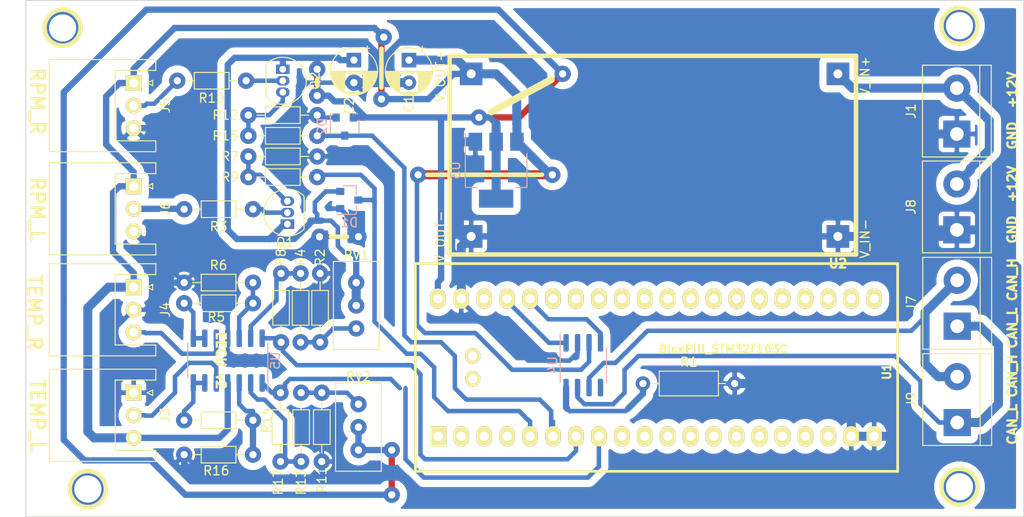
<source format=kicad_pcb>
(kicad_pcb (version 20171130) (host pcbnew "(5.1.2)-1")
  (title_block (title EECU) (date 2019-05-25) (rev v01) (company "Red Tails") (comment 1 "Author: Rafael Hiller"))
  (layers (0 F.Cu signal) (31 B.Cu signal) (34 B.Paste user) (35 F.Paste user) (36 B.SilkS user) (37 F.SilkS user) (38 B.Mask user) (39 F.Mask user) (44 Edge.Cuts user))
  (net 0 "")
  (net 1 GND)
  (net 2 +5V)
  (net 3 +3V3)
  (net 4 RPM_OUT_LEFT)
  (net 5 RPM_OUT_RIGHT)
  (net 6 +12V)
  (net 7 TEMP_IN_LEFT)
  (net 8 TEMP_IN_RIGHT)
  (net 9 RPM_IN_RIGHT)
  (net 10 RPM_IN_LEFT)
  (net 11 CAN_H)
  (net 12 CAN_L)
  (net 13 "Net-(Q1-Pad3)")
  (net 14 "Net-(Q1-Pad2)")
  (net 15 "Net-(Q2-Pad2)")
  (net 16 "Net-(Q2-Pad3)")
  (net 17 "Net-(R1-Pad1)")
  (net 18 "Net-(R2-Pad1)")
  (net 19 "Net-(R4-Pad2)")
  (net 20 "Net-(R5-Pad1)")
  (net 21 "Net-(R5-Pad2)")
  (net 22 TEMP_OUT_RIGHT)
  (net 23 "Net-(R11-Pad1)")
  (net 24 "Net-(R13-Pad2)")
  (net 25 "Net-(R14-Pad2)")
  (net 26 "Net-(R14-Pad1)")
  (net 27 TEMP_OUT_LEFT)
  (net 28 CAN_TX)
  (net 29 CAN_RX)
  (net 30 "Net-(U4-Pad5)")
  (net 31 "Net-(U1-Pad38)")
  (net 32 "Net-(U1-Pad35)")
  (net 33 "Net-(U1-Pad34)")
  (net 34 "Net-(U1-Pad33)")
  (net 35 "Net-(U1-Pad32)")
  (net 36 "Net-(U1-Pad31)")
  (net 37 "Net-(U1-Pad30)")
  (net 38 "Net-(U1-Pad29)")
  (net 39 "Net-(U1-Pad28)")
  (net 40 "Net-(U1-Pad27)")
  (net 41 "Net-(U1-Pad26)")
  (net 42 "Net-(U1-Pad25)")
  (net 43 "Net-(U1-Pad24)")
  (net 44 "Net-(U1-Pad23)")
  (net 45 "Net-(U1-Pad22)")
  (net 46 "Net-(U1-Pad21)")
  (net 47 "Net-(U1-Pad18)")
  (net 48 "Net-(U1-Pad17)")
  (net 49 "Net-(U1-Pad16)")
  (net 50 "Net-(U1-Pad15)")
  (net 51 "Net-(U1-Pad12)")
  (net 52 "Net-(U1-Pad11)")
  (net 53 "Net-(U1-Pad10)")
  (net 54 "Net-(U1-Pad9)")
  (net 55 "Net-(U1-Pad4)")
  (net 56 "Net-(U1-Pad3)")
  (net 57 "Net-(U1-Pad2)")
  (net 58 "Net-(U1-Pad1)")
  (net 59 "Net-(U1-Pad14)")
  (net 60 "Net-(U1-Pad13)")
  (module Switching_regulator_foot:switching_regulator (layer F.Cu) (at 145.542 22.098 180)
    (fp_text reference U2 (at 0 -21 180) (layer F.SilkS) (effects (font (thickness 0.25))))
    (fp_text value Switching_Regulator)
    (fp_text user V_IN- (at -3 -18.25 90) (layer F.SilkS))
    (fp_text user V_IN+ (at -3 -0.25 270) (layer F.SilkS))
    (fp_text user V_OUT+ (at 44 -0.25 270) (layer F.SilkS))
    (fp_text user V_OUT- (at 44 -18 270) (layer F.SilkS))
    (pad 4 thru_hole rect (at 0 0 180) (size 2.5 2.5) (drill 1) (layers *.Cu *.Mask) (net 6 +12V))
    (pad 2 thru_hole rect (at 40.61 0 180) (size 2.5 2.5) (drill 1) (layers *.Cu *.Mask) (net 2 +5V))
    (pad 3 thru_hole rect (at 0 -18 180) (size 2.5 2.5) (drill 1) (layers *.Cu *.Mask) (net 1 GND))
    (pad 1 thru_hole rect (at 40.61 -18 180) (size 2.5 2.5) (drill 1) (layers *.Cu *.Mask) (net 1 GND))
  )
  (module TerminalBlock:TerminalBlock_bornier-2_P5.08mm (layer F.Cu) (at 158.75 60.706 90)
    (fp_text reference J9 (at 2.54 -5.08 90) (layer F.SilkS))
    (fp_text value BUS_CAN)
    (pad 1 thru_hole rect (at 0 0 90) (size 3 3) (drill 1.52) (layers *.Cu *.Mask) (net 11 CAN_H))
    (pad 2 thru_hole circle (at 5.08 0 90) (size 3 3) (drill 1.52) (layers *.Cu *.Mask) (net 12 CAN_L))
  )
  (module BluePill_Shield:BluePill_STM32F103C (layer F.Cu) (at 101.346 62.23 90)
    (fp_text reference U1 (at 7.1628 49.6062 270) (layer F.SilkS) (effects (font (size 0.889 0.889) (thickness 0.3048))))
    (fp_text value BluePill_STM32F103C (at 9.652 31.496 180) (layer F.SilkS) (effects (font (size 0.889 0.889) (thickness 0.22225))))
    (pad 42 thru_hole oval (at 6.36 3.7592 180) (size 1.7272 1.7272) (drill 1.016) (layers *.Cu *.Mask F.SilkS))
    (pad 41 thru_hole oval (at 8.9 3.7592 180) (size 1.7272 1.7272) (drill 1.016) (layers *.Cu *.Mask F.SilkS))
    (pad 40 thru_hole oval (at 15.24 -0.1016 180) (size 1.7272 2.25) (drill 1.016) (layers *.Cu *.Mask F.SilkS) (net 3 +3V3))
    (pad 39 thru_hole oval (at 15.24 2.4892 180) (size 1.7272 2.25) (drill 1.016) (layers *.Cu *.Mask F.SilkS) (net 1 GND))
    (pad 38 thru_hole oval (at 15.24 5.0292 180) (size 1.7272 2.25) (drill 1.016) (layers *.Cu *.Mask F.SilkS) (net 31 "Net-(U1-Pad38)"))
    (pad 37 thru_hole oval (at 15.24 7.5692 180) (size 1.7272 2.25) (drill 1.016) (layers *.Cu *.Mask F.SilkS) (net 28 CAN_TX))
    (pad 36 thru_hole oval (at 15.24 10.1092 180) (size 1.7272 2.25) (drill 1.016) (layers *.Cu *.Mask F.SilkS) (net 29 CAN_RX))
    (pad 35 thru_hole oval (at 15.24 12.6492 180) (size 1.7272 2.25) (drill 1.016) (layers *.Cu *.Mask F.SilkS) (net 32 "Net-(U1-Pad35)"))
    (pad 34 thru_hole oval (at 15.24 15.1892 180) (size 1.7272 2.25) (drill 1.016) (layers *.Cu *.Mask F.SilkS) (net 33 "Net-(U1-Pad34)"))
    (pad 33 thru_hole oval (at 15.24 17.7292 180) (size 1.7272 2.25) (drill 1.016) (layers *.Cu *.Mask F.SilkS) (net 34 "Net-(U1-Pad33)"))
    (pad 32 thru_hole oval (at 15.24 20.2692 180) (size 1.7272 2.25) (drill 1.016) (layers *.Cu *.Mask F.SilkS) (net 35 "Net-(U1-Pad32)"))
    (pad 31 thru_hole oval (at 15.24 22.8092 180) (size 1.7272 2.25) (drill 1.016) (layers *.Cu *.Mask F.SilkS) (net 36 "Net-(U1-Pad31)"))
    (pad 30 thru_hole oval (at 15.24 25.3492 180) (size 1.7272 2.25) (drill 1.016) (layers *.Cu *.Mask F.SilkS) (net 37 "Net-(U1-Pad30)"))
    (pad 29 thru_hole oval (at 15.24 27.8892 180) (size 1.7272 2.25) (drill 1.016) (layers *.Cu *.Mask F.SilkS) (net 38 "Net-(U1-Pad29)"))
    (pad 28 thru_hole oval (at 15.24 30.4292 180) (size 1.7272 2.25) (drill 1.016) (layers *.Cu *.Mask F.SilkS) (net 39 "Net-(U1-Pad28)"))
    (pad 27 thru_hole oval (at 15.24 32.9692 180) (size 1.7272 2.25) (drill 1.016) (layers *.Cu *.Mask F.SilkS) (net 40 "Net-(U1-Pad27)"))
    (pad 26 thru_hole oval (at 15.24 35.5092 180) (size 1.7272 2.25) (drill 1.016) (layers *.Cu *.Mask F.SilkS) (net 41 "Net-(U1-Pad26)"))
    (pad 25 thru_hole oval (at 15.24 38.0492 180) (size 1.7272 2.25) (drill 1.016) (layers *.Cu *.Mask F.SilkS) (net 42 "Net-(U1-Pad25)"))
    (pad 24 thru_hole oval (at 15.24 40.5892 180) (size 1.7272 2.25) (drill 1.016) (layers *.Cu *.Mask F.SilkS) (net 43 "Net-(U1-Pad24)"))
    (pad 23 thru_hole oval (at 15.24 43.1292 180) (size 1.7272 2.25) (drill 1.016) (layers *.Cu *.Mask F.SilkS) (net 44 "Net-(U1-Pad23)"))
    (pad 22 thru_hole oval (at 15.24 45.6692 180) (size 1.7272 2.25) (drill 1.016) (layers *.Cu *.Mask F.SilkS) (net 45 "Net-(U1-Pad22)"))
    (pad 21 thru_hole oval (at 15.24 48.2092 180) (size 1.7272 2.25) (drill 1.016) (layers *.Cu *.Mask F.SilkS) (net 46 "Net-(U1-Pad21)"))
    (pad 20 thru_hole oval (at 0 48.2092) (size 1.7272 2.25) (drill 1.016) (layers *.Cu *.Mask F.SilkS) (net 1 GND))
    (pad 19 thru_hole oval (at 0 45.6692) (size 1.7272 2.25) (drill 1.016) (layers *.Cu *.Mask F.SilkS) (net 1 GND))
    (pad 18 thru_hole oval (at 0 43.1292) (size 1.7272 2.25) (drill 1.016) (layers *.Cu *.Mask F.SilkS) (net 47 "Net-(U1-Pad18)"))
    (pad 17 thru_hole oval (at 0 40.5892) (size 1.7272 2.25) (drill 1.016) (layers *.Cu *.Mask F.SilkS) (net 48 "Net-(U1-Pad17)"))
    (pad 16 thru_hole oval (at 0 38.0492) (size 1.7272 2.25) (drill 1.016) (layers *.Cu *.Mask F.SilkS) (net 49 "Net-(U1-Pad16)"))
    (pad 15 thru_hole oval (at 0 35.5092) (size 1.7272 2.25) (drill 1.016) (layers *.Cu *.Mask F.SilkS) (net 50 "Net-(U1-Pad15)"))
    (pad 14 thru_hole oval (at 0 32.9692) (size 1.7272 2.25) (drill 1.016) (layers *.Cu *.Mask F.SilkS) (net 59 "Net-(U1-Pad14)"))
    (pad 13 thru_hole oval (at 0 30.4292) (size 1.7272 2.25) (drill 1.016) (layers *.Cu *.Mask F.SilkS) (net 60 "Net-(U1-Pad13)"))
    (pad 12 thru_hole oval (at 0 27.8892) (size 1.7272 2.25) (drill 1.016) (layers *.Cu *.Mask F.SilkS) (net 51 "Net-(U1-Pad12)"))
    (pad 11 thru_hole oval (at 0 25.3492) (size 1.7272 2.25) (drill 1.016) (layers *.Cu *.Mask F.SilkS) (net 52 "Net-(U1-Pad11)"))
    (pad 10 thru_hole oval (at 0 22.8092) (size 1.7272 2.25) (drill 1.016) (layers *.Cu *.Mask F.SilkS) (net 53 "Net-(U1-Pad10)"))
    (pad 9 thru_hole oval (at 0 20.2692) (size 1.7272 2.25) (drill 1.016) (layers *.Cu *.Mask F.SilkS) (net 54 "Net-(U1-Pad9)"))
    (pad 8 thru_hole oval (at 0 17.7292) (size 1.7272 2.25) (drill 1.016) (layers *.Cu *.Mask F.SilkS) (net 27 TEMP_OUT_LEFT))
    (pad 7 thru_hole oval (at 0 15.1892) (size 1.7272 2.25) (drill 1.016) (layers *.Cu *.Mask F.SilkS) (net 22 TEMP_OUT_RIGHT))
    (pad 6 thru_hole oval (at 0 12.6492) (size 1.7272 2.25) (drill 1.016) (layers *.Cu *.Mask F.SilkS) (net 5 RPM_OUT_RIGHT))
    (pad 5 thru_hole oval (at 0 10.1092) (size 1.7272 2.25) (drill 1.016) (layers *.Cu *.Mask F.SilkS) (net 4 RPM_OUT_LEFT))
    (pad 4 thru_hole oval (at 0 7.5692) (size 1.7272 2.25) (drill 1.016) (layers *.Cu *.Mask F.SilkS) (net 55 "Net-(U1-Pad4)"))
    (pad 3 thru_hole oval (at 0 5.0292) (size 1.7272 2.25) (drill 1.016) (layers *.Cu *.Mask F.SilkS) (net 56 "Net-(U1-Pad3)"))
    (pad 2 thru_hole oval (at 0 2.4892) (size 1.7272 2.25) (drill 1.016) (layers *.Cu *.Mask F.SilkS) (net 57 "Net-(U1-Pad2)"))
    (pad 1 thru_hole rect (at 0 -0.0508) (size 1.7272 2.25) (drill 1.016) (layers *.Cu *.Mask F.SilkS) (net 58 "Net-(U1-Pad1)"))
  )
  (module Connectors_JST:JST_XH_S03B-XH-A_03x2.50mm_Angled (layer F.Cu) (at 67.564 34.544 270)
    (fp_text reference J6 (at 2.5 -3.5 270) (layer F.SilkS))
    (fp_text value RPM_Left)
    (pad 3 thru_hole circle (at 5 0 270) (size 1.75 1.75) (drill 1) (layers *.Cu *.Mask F.SilkS) (net 1 GND))
    (pad 2 thru_hole circle (at 2.5 0 270) (size 1.75 1.75) (drill 1) (layers *.Cu *.Mask F.SilkS) (net 10 RPM_IN_LEFT))
    (pad 1 thru_hole rect (at 0 0 270) (size 1.75 1.75) (drill 1) (layers *.Cu *.Mask F.SilkS) (net 2 +5V))
  )
  (module Connectors_JST:JST_XH_S03B-XH-A_03x2.50mm_Angled (layer F.Cu) (at 67.564 45.72 270)
    (fp_text reference J4 (at 2.5 -3.5 270) (layer F.SilkS))
    (fp_text value Temp_Right)
    (pad 1 thru_hole rect (at 0 0 270) (size 1.75 1.75) (drill 1) (layers *.Cu *.Mask F.SilkS) (net 2 +5V))
    (pad 2 thru_hole circle (at 2.5 0 270) (size 1.75 1.75) (drill 1) (layers *.Cu *.Mask F.SilkS) (net 1 GND))
    (pad 3 thru_hole circle (at 5 0 270) (size 1.75 1.75) (drill 1) (layers *.Cu *.Mask F.SilkS) (net 8 TEMP_IN_RIGHT))
  )
  (module Connectors_JST:JST_XH_S03B-XH-A_03x2.50mm_Angled (layer F.Cu) (at 67.564 57.404 270)
    (fp_text reference J3 (at 2.5 -3.5 270) (layer F.SilkS))
    (fp_text value Temp_Left)
    (pad 1 thru_hole rect (at 0 0 270) (size 1.75 1.75) (drill 1) (layers *.Cu *.Mask F.SilkS) (net 1 GND))
    (pad 2 thru_hole circle (at 2.5 0 270) (size 1.75 1.75) (drill 1) (layers *.Cu *.Mask F.SilkS) (net 7 TEMP_IN_LEFT))
    (pad 3 thru_hole circle (at 5 0 270) (size 1.75 1.75) (drill 1) (layers *.Cu *.Mask F.SilkS) (net 2 +5V))
  )
  (module Connectors_JST:JST_XH_S03B-XH-A_03x2.50mm_Angled (layer F.Cu) (at 67.564 23.114 270)
    (fp_text reference J5 (at 2.5 -3.5 270) (layer F.SilkS))
    (fp_text value RPM_Right)
    (pad 1 thru_hole rect (at 0 0 270) (size 1.75 1.75) (drill 1) (layers *.Cu *.Mask F.SilkS) (net 2 +5V))
    (pad 2 thru_hole circle (at 2.5 0 270) (size 1.75 1.75) (drill 1) (layers *.Cu *.Mask F.SilkS) (net 9 RPM_IN_RIGHT))
    (pad 3 thru_hole circle (at 5 0 270) (size 1.75 1.75) (drill 1) (layers *.Cu *.Mask F.SilkS) (net 1 GND))
  )
  (module Resistor_THT:R_Axial_DIN0207_L6.3mm_D2.5mm_P10.16mm_Horizontal (layer F.Cu) (at 123.952 56.388)
    (fp_text reference R1 (at 5.08 -2.37) (layer F.SilkS))
    (fp_text value 10k)
    (pad 1 thru_hole circle (at 0 0) (size 1.6 1.6) (drill 0.8) (layers *.Cu *.Mask) (net 17 "Net-(R1-Pad1)"))
    (pad 2 thru_hole oval (at 10.16 0) (size 1.6 1.6) (drill 0.8) (layers *.Cu *.Mask) (net 1 GND))
  )
  (module Package_TO_SOT_SMD:SOT-223-3_TabPin2 (layer B.Cu) (at 107.696 32.766 270)
    (fp_text reference U3 (at 0 4.5 90) (layer B.SilkS) (effects (justify mirror)))
    (fp_text value AMS1117-3.3)
    (pad 2 smd rect (at 3.15 0 270) (size 2 3.8) (layers B.Cu B.Paste B.Mask) (net 3 +3V3))
    (pad 2 smd rect (at -3.15 0 270) (size 2 1.5) (layers B.Cu B.Paste B.Mask) (net 3 +3V3))
    (pad 3 smd rect (at -3.15 -2.3 270) (size 2 1.5) (layers B.Cu B.Paste B.Mask) (net 2 +5V))
    (pad 1 smd rect (at -3.15 2.3 270) (size 2 1.5) (layers B.Cu B.Paste B.Mask) (net 1 GND))
  )
  (module Package_SO:SOIC-8_3.9x4.9mm_P1.27mm (layer B.Cu) (at 117.348 54.356 270)
    (fp_text reference U4 (at 0 3.4 90) (layer B.SilkS) (effects (justify mirror)))
    (fp_text value MCP2551-I-SN)
    (pad 1 smd roundrect (at -2.475 1.905 270) (size 1.95 0.6) (layers B.Cu B.Paste B.Mask) (net 28 CAN_TX))
    (pad 2 smd roundrect (at -2.475 0.635 270) (size 1.95 0.6) (layers B.Cu B.Paste B.Mask) (net 1 GND))
    (pad 3 smd roundrect (at -2.475 -0.635 270) (size 1.95 0.6) (layers B.Cu B.Paste B.Mask) (net 2 +5V))
    (pad 4 smd roundrect (at -2.475 -1.905 270) (size 1.95 0.6) (layers B.Cu B.Paste B.Mask) (net 29 CAN_RX))
    (pad 5 smd roundrect (at 2.475 -1.905 270) (size 1.95 0.6) (layers B.Cu B.Paste B.Mask) (net 30 "Net-(U4-Pad5)"))
    (pad 6 smd roundrect (at 2.475 -0.635 270) (size 1.95 0.6) (layers B.Cu B.Paste B.Mask) (net 12 CAN_L))
    (pad 7 smd roundrect (at 2.475 0.635 270) (size 1.95 0.6) (layers B.Cu B.Paste B.Mask) (net 11 CAN_H))
    (pad 8 smd roundrect (at 2.475 1.905 270) (size 1.95 0.6) (layers B.Cu B.Paste B.Mask) (net 17 "Net-(R1-Pad1)"))
  )
  (module TerminalBlock:TerminalBlock_bornier-2_P5.08mm (layer F.Cu) (at 158.711001 39.37 90)
    (fp_text reference J8 (at 2.54 -5.08 90) (layer F.SilkS))
    (fp_text value BUS_PWR)
    (pad 2 thru_hole circle (at 5.08 0 90) (size 3 3) (drill 1.52) (layers *.Cu *.Mask) (net 6 +12V))
    (pad 1 thru_hole rect (at 0 0 90) (size 3 3) (drill 1.52) (layers *.Cu *.Mask) (net 1 GND))
  )
  (module TerminalBlock:TerminalBlock_bornier-2_P5.08mm (layer F.Cu) (at 158.711001 28.760999 90)
    (fp_text reference J1 (at 2.54 -5.08 90) (layer F.SilkS))
    (fp_text value BUS_PWR)
    (pad 2 thru_hole circle (at 5.08 0 90) (size 3 3) (drill 1.52) (layers *.Cu *.Mask) (net 6 +12V))
    (pad 1 thru_hole rect (at 0 0 90) (size 3 3) (drill 1.52) (layers *.Cu *.Mask) (net 1 GND))
  )
  (module TerminalBlock:TerminalBlock_bornier-2_P5.08mm (layer F.Cu) (at 158.75 50.038 90)
    (fp_text reference J7 (at 2.54 -5.08 90) (layer F.SilkS))
    (fp_text value BUS_CAN)
    (pad 1 thru_hole rect (at 0 0 90) (size 3 3) (drill 1.52) (layers *.Cu *.Mask) (net 11 CAN_H))
    (pad 2 thru_hole circle (at 5.08 0 90) (size 3 3) (drill 1.52) (layers *.Cu *.Mask) (net 12 CAN_L))
  )
  (module Capacitor_THT:CP_Radial_D5.0mm_P2.50mm (layer F.Cu) (at 98.044 20.574 270)
    (fp_text reference C1 (at 4.826 0 90) (layer F.SilkS))
    (fp_text value 10uF)
    (pad 2 thru_hole circle (at 2.5 0 270) (size 1.6 1.6) (drill 0.8) (layers *.Cu *.Mask) (net 1 GND))
    (pad 1 thru_hole rect (at 0 0 270) (size 1.6 1.6) (drill 0.8) (layers *.Cu *.Mask) (net 2 +5V))
  )
  (module Capacitor_THT:CP_Radial_D5.0mm_P2.50mm (layer F.Cu) (at 91.948 20.574 270)
    (fp_text reference C2 (at 5.08 0.508 90) (layer F.SilkS))
    (fp_text value 22uF)
    (pad 1 thru_hole rect (at 0 0 270) (size 1.6 1.6) (drill 0.8) (layers *.Cu *.Mask) (net 3 +3V3))
    (pad 2 thru_hole circle (at 2.5 0 270) (size 1.6 1.6) (drill 0.8) (layers *.Cu *.Mask) (net 1 GND))
  )
  (module Package_TO_SOT_SMD:SOT-23 (layer B.Cu) (at 91.44 36.068)
    (fp_text reference D1 (at 0 2.5) (layer B.SilkS) (effects (justify mirror)))
    (fp_text value BAT54S)
    (pad 3 smd rect (at 1 0) (size 0.9 0.8) (layers B.Cu B.Paste B.Mask) (net 4 RPM_OUT_LEFT))
    (pad 2 smd rect (at -1 -0.95) (size 0.9 0.8) (layers B.Cu B.Paste B.Mask) (net 3 +3V3))
    (pad 1 smd rect (at -1 0.95) (size 0.9 0.8) (layers B.Cu B.Paste B.Mask) (net 1 GND))
  )
  (module Package_TO_SOT_SMD:SOT-23 (layer B.Cu) (at 90.932 27.94 270)
    (fp_text reference D2 (at 0 2.5 90) (layer B.SilkS) (effects (justify mirror)))
    (fp_text value BAT54S)
    (pad 1 smd rect (at -1 0.95 270) (size 0.9 0.8) (layers B.Cu B.Paste B.Mask) (net 1 GND))
    (pad 2 smd rect (at -1 -0.95 270) (size 0.9 0.8) (layers B.Cu B.Paste B.Mask) (net 3 +3V3))
    (pad 3 smd rect (at 1 0 270) (size 0.9 0.8) (layers B.Cu B.Paste B.Mask) (net 5 RPM_OUT_RIGHT))
  )
  (module Package_TO_SOT_THT:TO-92_Inline (layer F.Cu) (at 84.582 38.735 90)
    (fp_text reference Q1 (at -2.032 -0.254 180) (layer F.SilkS))
    (fp_text value BC547)
    (pad 2 thru_hole oval (at 1.27 0 90) (size 1.05 1.5) (drill 0.75) (layers *.Cu *.Mask) (net 14 "Net-(Q1-Pad2)"))
    (pad 3 thru_hole oval (at 2.54 0 90) (size 1.05 1.5) (drill 0.75) (layers *.Cu *.Mask) (net 13 "Net-(Q1-Pad3)"))
    (pad 1 thru_hole rect (at 0 0 90) (size 1.05 1.5) (drill 0.75) (layers *.Cu *.Mask) (net 3 +3V3))
  )
  (module Package_TO_SOT_THT:TO-92_Inline (layer F.Cu) (at 84.074 21.59 270)
    (fp_text reference Q2 (at 1.27 -3.56 90) (layer F.SilkS))
    (fp_text value BC547)
    (pad 1 thru_hole rect (at 0 0 270) (size 1.05 1.5) (drill 0.75) (layers *.Cu *.Mask) (net 3 +3V3))
    (pad 3 thru_hole oval (at 2.54 0 270) (size 1.05 1.5) (drill 0.75) (layers *.Cu *.Mask) (net 16 "Net-(Q2-Pad3)"))
    (pad 2 thru_hole oval (at 1.27 0 270) (size 1.05 1.5) (drill 0.75) (layers *.Cu *.Mask) (net 15 "Net-(Q2-Pad2)"))
  )
  (module Resistor_THT:R_Axial_DIN0204_L3.6mm_D1.6mm_P7.62mm_Horizontal (layer F.Cu) (at 80.772 37.084 180)
    (fp_text reference R3 (at 3.81 -1.92) (layer F.SilkS))
    (fp_text value 10k)
    (pad 2 thru_hole oval (at 7.62 0 180) (size 1.4 1.4) (drill 0.7) (layers *.Cu *.Mask) (net 10 RPM_IN_LEFT))
    (pad 1 thru_hole circle (at 0 0 180) (size 1.4 1.4) (drill 0.7) (layers *.Cu *.Mask) (net 14 "Net-(Q1-Pad2)"))
  )
  (module Resistor_THT:R_Axial_DIN0204_L3.6mm_D1.6mm_P7.62mm_Horizontal (layer F.Cu) (at 80.264 31.242)
    (fp_text reference R7 (at -2.032 0) (layer F.SilkS))
    (fp_text value 10k)
    (pad 1 thru_hole circle (at 0 0) (size 1.4 1.4) (drill 0.7) (layers *.Cu *.Mask) (net 13 "Net-(Q1-Pad3)"))
    (pad 2 thru_hole oval (at 7.62 0) (size 1.4 1.4) (drill 0.7) (layers *.Cu *.Mask) (net 1 GND))
  )
  (module Resistor_THT:R_Axial_DIN0204_L3.6mm_D1.6mm_P7.62mm_Horizontal (layer F.Cu) (at 87.884 33.528 180)
    (fp_text reference R9 (at 9.652 0) (layer F.SilkS))
    (fp_text value 10k)
    (pad 2 thru_hole oval (at 7.62 0 180) (size 1.4 1.4) (drill 0.7) (layers *.Cu *.Mask) (net 13 "Net-(Q1-Pad3)"))
    (pad 1 thru_hole circle (at 0 0 180) (size 1.4 1.4) (drill 0.7) (layers *.Cu *.Mask) (net 4 RPM_OUT_LEFT))
  )
  (module Resistor_THT:R_Axial_DIN0204_L3.6mm_D1.6mm_P7.62mm_Horizontal (layer F.Cu) (at 80.01 22.86 180)
    (fp_text reference R10 (at 3.81 -1.92) (layer F.SilkS))
    (fp_text value 10k)
    (pad 1 thru_hole circle (at 0 0 180) (size 1.4 1.4) (drill 0.7) (layers *.Cu *.Mask) (net 15 "Net-(Q2-Pad2)"))
    (pad 2 thru_hole oval (at 7.62 0 180) (size 1.4 1.4) (drill 0.7) (layers *.Cu *.Mask) (net 9 RPM_IN_RIGHT))
  )
  (module Resistor_THT:R_Axial_DIN0204_L3.6mm_D1.6mm_P7.62mm_Horizontal (layer F.Cu) (at 80.264 26.67)
    (fp_text reference R12 (at -2.54 0) (layer F.SilkS))
    (fp_text value 10k)
    (pad 2 thru_hole oval (at 7.62 0) (size 1.4 1.4) (drill 0.7) (layers *.Cu *.Mask) (net 1 GND))
    (pad 1 thru_hole circle (at 0 0) (size 1.4 1.4) (drill 0.7) (layers *.Cu *.Mask) (net 16 "Net-(Q2-Pad3)"))
  )
  (module Resistor_THT:R_Axial_DIN0204_L3.6mm_D1.6mm_P7.62mm_Horizontal (layer F.Cu) (at 87.884 28.956 180)
    (fp_text reference R15 (at 10.16 0) (layer F.SilkS))
    (fp_text value 10k)
    (pad 1 thru_hole circle (at 0 0 180) (size 1.4 1.4) (drill 0.7) (layers *.Cu *.Mask) (net 5 RPM_OUT_RIGHT))
    (pad 2 thru_hole oval (at 7.62 0 180) (size 1.4 1.4) (drill 0.7) (layers *.Cu *.Mask) (net 16 "Net-(Q2-Pad3)"))
  )
  (module Resistor_THT:R_Axial_DIN0204_L3.6mm_D1.6mm_P7.62mm_Horizontal (layer F.Cu) (at 88.2015 51.816 90)
    (fp_text reference R2 (at 9.398 0 90) (layer F.SilkS))
    (fp_text value 100)
    (pad 1 thru_hole circle (at 0 0 90) (size 1.4 1.4) (drill 0.7) (layers *.Cu *.Mask) (net 18 "Net-(R2-Pad1)"))
    (pad 2 thru_hole oval (at 7.62 0 90) (size 1.4 1.4) (drill 0.7) (layers *.Cu *.Mask) (net 1 GND))
  )
  (module Resistor_THT:R_Axial_DIN0204_L3.6mm_D1.6mm_P7.62mm_Horizontal (layer F.Cu) (at 86.0425 51.816 90)
    (fp_text reference R4 (at 9.398 0 90) (layer F.SilkS))
    (fp_text value 10k)
    (pad 2 thru_hole oval (at 7.62 0 90) (size 1.4 1.4) (drill 0.7) (layers *.Cu *.Mask) (net 19 "Net-(R4-Pad2)"))
    (pad 1 thru_hole circle (at 0 0 90) (size 1.4 1.4) (drill 0.7) (layers *.Cu *.Mask) (net 18 "Net-(R2-Pad1)"))
  )
  (module Resistor_THT:R_Axial_DIN0204_L3.6mm_D1.6mm_P7.62mm_Horizontal (layer F.Cu) (at 73.152 47.498)
    (fp_text reference R5 (at 3.556 1.524) (layer F.SilkS))
    (fp_text value 10k)
    (pad 2 thru_hole oval (at 7.62 0) (size 1.4 1.4) (drill 0.7) (layers *.Cu *.Mask) (net 21 "Net-(R5-Pad2)"))
    (pad 1 thru_hole circle (at 0 0) (size 1.4 1.4) (drill 0.7) (layers *.Cu *.Mask) (net 20 "Net-(R5-Pad1)"))
  )
  (module Resistor_THT:R_Axial_DIN0204_L3.6mm_D1.6mm_P7.62mm_Horizontal (layer F.Cu) (at 73.152 45.212)
    (fp_text reference R6 (at 3.81 -1.92) (layer F.SilkS))
    (fp_text value 30k)
    (pad 1 thru_hole circle (at 0 0) (size 1.4 1.4) (drill 0.7) (layers *.Cu *.Mask) (net 1 GND))
    (pad 2 thru_hole oval (at 7.62 0) (size 1.4 1.4) (drill 0.7) (layers *.Cu *.Mask) (net 21 "Net-(R5-Pad2)"))
  )
  (module Resistor_THT:R_Axial_DIN0204_L3.6mm_D1.6mm_P7.62mm_Horizontal (layer F.Cu) (at 83.8835 44.196 270)
    (fp_text reference R8 (at -1.778 0 90) (layer F.SilkS))
    (fp_text value 30k)
    (pad 2 thru_hole oval (at 7.62 0 270) (size 1.4 1.4) (drill 0.7) (layers *.Cu *.Mask) (net 22 TEMP_OUT_RIGHT))
    (pad 1 thru_hole circle (at 0 0 270) (size 1.4 1.4) (drill 0.7) (layers *.Cu *.Mask) (net 19 "Net-(R4-Pad2)"))
  )
  (module Resistor_THT:R_Axial_DIN0204_L3.6mm_D1.6mm_P7.62mm_Horizontal (layer F.Cu) (at 88.392 57.404 270)
    (fp_text reference R11 (at 9.652 0 90) (layer F.SilkS))
    (fp_text value 100)
    (pad 1 thru_hole circle (at 0 0 270) (size 1.4 1.4) (drill 0.7) (layers *.Cu *.Mask) (net 23 "Net-(R11-Pad1)"))
    (pad 2 thru_hole oval (at 7.62 0 270) (size 1.4 1.4) (drill 0.7) (layers *.Cu *.Mask) (net 1 GND))
  )
  (module Resistor_THT:R_Axial_DIN0204_L3.6mm_D1.6mm_P7.62mm_Horizontal (layer F.Cu) (at 86.106 57.404 270)
    (fp_text reference R13 (at 9.906 0 90) (layer F.SilkS))
    (fp_text value 10k)
    (pad 1 thru_hole circle (at 0 0 270) (size 1.4 1.4) (drill 0.7) (layers *.Cu *.Mask) (net 23 "Net-(R11-Pad1)"))
    (pad 2 thru_hole oval (at 7.62 0 270) (size 1.4 1.4) (drill 0.7) (layers *.Cu *.Mask) (net 24 "Net-(R13-Pad2)"))
  )
  (module Resistor_THT:R_Axial_DIN0204_L3.6mm_D1.6mm_P7.62mm_Horizontal (layer F.Cu) (at 73.152 60.452)
    (fp_text reference R14 (at 9.144 0 90) (layer F.SilkS))
    (fp_text value 10k)
    (pad 2 thru_hole oval (at 7.62 0) (size 1.4 1.4) (drill 0.7) (layers *.Cu *.Mask) (net 25 "Net-(R14-Pad2)"))
    (pad 1 thru_hole circle (at 0 0) (size 1.4 1.4) (drill 0.7) (layers *.Cu *.Mask) (net 26 "Net-(R14-Pad1)"))
  )
  (module Resistor_THT:R_Axial_DIN0204_L3.6mm_D1.6mm_P7.62mm_Horizontal (layer F.Cu) (at 73.152 64.262)
    (fp_text reference R16 (at 3.556 1.778) (layer F.SilkS))
    (fp_text value 30k)
    (pad 2 thru_hole oval (at 7.62 0) (size 1.4 1.4) (drill 0.7) (layers *.Cu *.Mask) (net 25 "Net-(R14-Pad2)"))
    (pad 1 thru_hole circle (at 0 0) (size 1.4 1.4) (drill 0.7) (layers *.Cu *.Mask) (net 1 GND))
  )
  (module Resistor_THT:R_Axial_DIN0204_L3.6mm_D1.6mm_P7.62mm_Horizontal (layer F.Cu) (at 83.82 65.024 90)
    (fp_text reference R17 (at -2.286 -0.254 90) (layer F.SilkS))
    (fp_text value 30k)
    (pad 1 thru_hole circle (at 0 0 90) (size 1.4 1.4) (drill 0.7) (layers *.Cu *.Mask) (net 24 "Net-(R13-Pad2)"))
    (pad 2 thru_hole oval (at 7.62 0 90) (size 1.4 1.4) (drill 0.7) (layers *.Cu *.Mask) (net 27 TEMP_OUT_LEFT))
  )
  (module Potentiometer_THT:Potentiometer_Bourns_3296W_Vertical (layer F.Cu) (at 92.202 45.212 90)
    (fp_text reference RV1 (at 3.048 0 180) (layer F.SilkS))
    (fp_text value R_POT_TRIM_US)
    (pad 3 thru_hole circle (at -5.08 0 90) (size 1.44 1.44) (drill 0.8) (layers *.Cu *.Mask) (net 18 "Net-(R2-Pad1)"))
    (pad 2 thru_hole circle (at -2.54 0 90) (size 1.44 1.44) (drill 0.8) (layers *.Cu *.Mask) (net 3 +3V3))
    (pad 1 thru_hole circle (at 0 0 90) (size 1.44 1.44) (drill 0.8) (layers *.Cu *.Mask) (net 3 +3V3))
  )
  (module Potentiometer_THT:Potentiometer_Bourns_3296W_Vertical (layer F.Cu) (at 92.456 63.754 270)
    (fp_text reference RV2 (at -8.128 0 180) (layer F.SilkS))
    (fp_text value R_POT_TRIM_US)
    (pad 1 thru_hole circle (at 0 0 270) (size 1.44 1.44) (drill 0.8) (layers *.Cu *.Mask) (net 3 +3V3))
    (pad 2 thru_hole circle (at -2.54 0 270) (size 1.44 1.44) (drill 0.8) (layers *.Cu *.Mask) (net 3 +3V3))
    (pad 3 thru_hole circle (at -5.08 0 270) (size 1.44 1.44) (drill 0.8) (layers *.Cu *.Mask) (net 23 "Net-(R11-Pad1)"))
  )
  (module Package_SO:SOIC-14_3.9x8.7mm_P1.27mm (layer B.Cu) (at 77.978 53.848 90)
    (fp_text reference U5 (at 0 5.28 90) (layer B.SilkS) (effects (justify mirror)))
    (fp_text value LM324)
    (pad 1 smd roundrect (at -2.475 3.81 90) (size 1.95 0.6) (layers B.Cu B.Paste B.Mask) (net 27 TEMP_OUT_LEFT))
    (pad 2 smd roundrect (at -2.475 2.54 90) (size 1.95 0.6) (layers B.Cu B.Paste B.Mask) (net 24 "Net-(R13-Pad2)"))
    (pad 3 smd roundrect (at -2.475 1.27 90) (size 1.95 0.6) (layers B.Cu B.Paste B.Mask) (net 25 "Net-(R14-Pad2)"))
    (pad 4 smd roundrect (at -2.475 0 90) (size 1.95 0.6) (layers B.Cu B.Paste B.Mask) (net 2 +5V))
    (pad 5 smd roundrect (at -2.475 -1.27 90) (size 1.95 0.6) (layers B.Cu B.Paste B.Mask) (net 7 TEMP_IN_LEFT))
    (pad 6 smd roundrect (at -2.475 -2.54 90) (size 1.95 0.6) (layers B.Cu B.Paste B.Mask) (net 26 "Net-(R14-Pad1)"))
    (pad 7 smd roundrect (at -2.475 -3.81 90) (size 1.95 0.6) (layers B.Cu B.Paste B.Mask) (net 26 "Net-(R14-Pad1)"))
    (pad 8 smd roundrect (at 2.475 -3.81 90) (size 1.95 0.6) (layers B.Cu B.Paste B.Mask) (net 20 "Net-(R5-Pad1)"))
    (pad 9 smd roundrect (at 2.475 -2.54 90) (size 1.95 0.6) (layers B.Cu B.Paste B.Mask) (net 20 "Net-(R5-Pad1)"))
    (pad 10 smd roundrect (at 2.475 -1.27 90) (size 1.95 0.6) (layers B.Cu B.Paste B.Mask) (net 8 TEMP_IN_RIGHT))
    (pad 11 smd roundrect (at 2.475 0 90) (size 1.95 0.6) (layers B.Cu B.Paste B.Mask) (net 1 GND))
    (pad 12 smd roundrect (at 2.475 1.27 90) (size 1.95 0.6) (layers B.Cu B.Paste B.Mask) (net 21 "Net-(R5-Pad2)"))
    (pad 13 smd roundrect (at 2.475 2.54 90) (size 1.95 0.6) (layers B.Cu B.Paste B.Mask) (net 19 "Net-(R4-Pad2)"))
    (pad 14 smd roundrect (at 2.475 3.81 90) (size 1.95 0.6) (layers B.Cu B.Paste B.Mask) (net 22 TEMP_OUT_RIGHT))
  )
  (gr_text "EECU v2" (at 77.216 53.848 270) (layer F.SilkS) (effects (font (size 1 1) (thickness 0.25))))
  (gr_text "CAN_L CAN_H" (at 164.846 58.166 90) (layer F.SilkS) (effects (font (size 1 1) (thickness 0.25))))
  (gr_text "CAN_L CAN_H" (at 164.846 47.498 90) (layer F.SilkS) (effects (font (size 1 1) (thickness 0.25))))
  (gr_text "GND  +12V" (at 164.846 36.576 90) (layer F.SilkS) (effects (font (size 1 1) (thickness 0.25))))
  (gr_text "GND  +12V" (at 164.846 26.162 90) (layer F.SilkS) (effects (font (size 1 1) (thickness 0.25))))
  (gr_line (start 55.626 71.12) (end 55.626 13.97) (layer Edge.Cuts) (width 0.1))
  (gr_line (start 166.116 71.12) (end 55.626 71.12) (layer Edge.Cuts) (width 0.1))
  (gr_line (start 166.116 13.97) (end 166.116 71.12) (layer Edge.Cuts) (width 0.1))
  (gr_line (start 55.626 13.97) (end 166.116 13.97) (layer Edge.Cuts) (width 0.1))
  (gr_circle (center 159.004 16.764) (end 161.004 16.764) (layer F.SilkS) (width 0.5))
  (gr_line (start 107.188 26.289) (end 113.792 22.733) (layer F.SilkS) (width 0.8))
  (gr_line (start 87.884 23.368) (end 87.884 22.733) (layer F.SilkS) (width 0.5))
  (gr_line (start 94.996 23.622) (end 94.996 19.304) (layer F.SilkS) (width 0.5))
  (gr_line (start 89.408 40.132) (end 91.186 40.132) (layer F.SilkS) (width 0.5))
  (gr_line (start 100.076 33.274) (end 112.776 33.274) (layer F.SilkS) (width 0.5))
  (gr_circle (center 59.69 16.986) (end 61.69 16.986) (layer F.SilkS) (width 0.5))
  (gr_circle (center 62.484 68.072) (end 64.484 68.072) (layer F.SilkS) (width 0.5))
  (gr_circle (center 159.004 67.818) (end 161.004 67.818) (layer F.SilkS) (width 0.5))
  (gr_text "RPM_R\n" (at 56.896 25.146 270) (layer F.SilkS) (effects (font (size 1.5 1.5) (thickness 0.3))))
  (gr_text "RPM_L\n" (at 56.896 37.084 270) (layer F.SilkS) (effects (font (size 1.5 1.5) (thickness 0.3))))
  (gr_text "TEMP_R\n\n" (at 55.372 48.514 270) (layer F.SilkS) (effects (font (size 1.5 1.5) (thickness 0.3))))
  (gr_text "TEMP_L\n" (at 56.896 59.944 270) (layer F.SilkS) (effects (font (size 1.5 1.5) (thickness 0.3))))
  (via (at 59.69 17.018) (size 4) (drill 3) (layers F.Cu B.Cu) (net 0))
  (via (at 159.004 67.818) (size 4) (drill 3) (layers F.Cu B.Cu) (net 0))
  (via (at 62.484 68.072) (size 4) (drill 3) (layers F.Cu B.Cu) (net 0))
  (via (at 159.004 16.764) (size 4) (drill 3) (layers F.Cu B.Cu) (net 0))
  (via (at 92.456 40.132) (size 1.8) (drill 0.8) (layers F.Cu B.Cu) (net 1))
  (via (at 88.138 40.132) (size 1.8) (drill 0.8) (layers F.Cu B.Cu) (net 1))
  (segment (start 67.564 28.114) (end 69.93 28.114) (width 0.5) (layer B.Cu) (net 1))
  (segment (start 66.189 57.404) (end 65.024 56.239) (width 0.5) (layer B.Cu) (net 1))
  (segment (start 67.564 57.404) (end 66.189 57.404) (width 0.5) (layer B.Cu) (net 1))
  (segment (start 65.024 50.76) (end 67.564 48.22) (width 0.5) (layer B.Cu) (net 1))
  (segment (start 65.024 56.239) (end 65.024 50.76) (width 0.5) (layer B.Cu) (net 1))
  (segment (start 69.85 41.83) (end 67.564 39.544) (width 0.5) (layer B.Cu) (net 1))
  (segment (start 67.564 48.22) (end 68.801436 48.22) (width 0.5) (layer B.Cu) (net 1))
  (segment (start 68.801436 48.22) (end 69.85 47.171436) (width 0.5) (layer B.Cu) (net 1))
  (segment (start 75.946 45.212) (end 73.152 45.212) (width 0.5) (layer B.Cu) (net 1))
  (segment (start 77.978 51.373) (end 77.978 47.244) (width 0.5) (layer B.Cu) (net 1))
  (segment (start 77.978 47.244) (end 75.946 45.212) (width 0.5) (layer B.Cu) (net 1))
  (segment (start 71.628 45.212) (end 69.85 46.99) (width 0.7) (layer B.Cu) (net 1))
  (segment (start 73.152 45.212) (end 71.628 45.212) (width 0.7) (layer B.Cu) (net 1))
  (segment (start 69.85 47.171436) (end 69.85 46.99) (width 0.5) (layer B.Cu) (net 1))
  (segment (start 69.85 46.99) (end 69.85 41.83) (width 0.5) (layer B.Cu) (net 1))
  (segment (start 88.154 26.94) (end 87.884 26.67) (width 0.5) (layer B.Cu) (net 1))
  (segment (start 89.982 26.94) (end 88.154 26.94) (width 0.5) (layer B.Cu) (net 1))
  (segment (start 86.894051 31.242) (end 85.852 30.199949) (width 0.5) (layer B.Cu) (net 1))
  (segment (start 87.884 31.242) (end 87.884 31.242) (width 0.5) (layer B.Cu) (net 1))
  (segment (start 85.852 30.199949) (end 85.852 27.94) (width 0.5) (layer B.Cu) (net 1))
  (segment (start 85.852 27.94) (end 86.868 26.924) (width 0.5) (layer B.Cu) (net 1))
  (segment (start 86.894051 26.67) (end 87.884 26.67) (width 0.5) (layer B.Cu) (net 1))
  (segment (start 86.868 26.696051) (end 86.894051 26.67) (width 0.5) (layer B.Cu) (net 1))
  (segment (start 86.868 26.924) (end 86.868 26.696051) (width 0.5) (layer B.Cu) (net 1))
  (segment (start 88.138 43.206051) (end 87.095949 42.164) (width 0.5) (layer B.Cu) (net 1))
  (segment (start 88.138 44.196) (end 88.138 44.196) (width 0.5) (layer B.Cu) (net 1))
  (segment (start 87.095949 42.164) (end 79.756 42.164) (width 0.5) (layer B.Cu) (net 1))
  (segment (start 76.708 45.212) (end 75.946 45.212) (width 0.5) (layer B.Cu) (net 1))
  (segment (start 79.756 42.164) (end 76.708 45.212) (width 0.5) (layer B.Cu) (net 1))
  (segment (start 103.852 40.098) (end 104.932 40.098) (width 1) (layer B.Cu) (net 1))
  (segment (start 103.632 39.878) (end 103.852 40.098) (width 1) (layer B.Cu) (net 1))
  (segment (start 105.396 29.616) (end 103.646 29.616) (width 1) (layer B.Cu) (net 1))
  (segment (start 103.646 29.616) (end 103.632 29.63) (width 1) (layer B.Cu) (net 1))
  (segment (start 103.632 30.226) (end 103.632 39.878) (width 1) (layer B.Cu) (net 1))
  (segment (start 103.632 29.63) (end 103.632 30.226) (width 1) (layer B.Cu) (net 1))
  (segment (start 68.438999 40.418999) (end 73.881001 40.418999) (width 0.7) (layer B.Cu) (net 1))
  (segment (start 67.564 39.544) (end 68.438999 40.418999) (width 0.7) (layer B.Cu) (net 1))
  (segment (start 73.881001 40.418999) (end 75.692 38.608) (width 0.7) (layer B.Cu) (net 1))
  (segment (start 75.692 38.608) (end 75.692 33.274) (width 0.7) (layer B.Cu) (net 1))
  (segment (start 70.532 28.114) (end 67.564 28.114) (width 0.7) (layer B.Cu) (net 1))
  (segment (start 75.692 33.274) (end 70.532 28.114) (width 0.7) (layer B.Cu) (net 1))
  (segment (start 103.8352 41.1948) (end 104.932 40.098) (width 1) (layer B.Cu) (net 1))
  (segment (start 103.8352 46.99) (end 103.8352 41.1948) (width 1) (layer B.Cu) (net 1))
  (segment (start 147.0152 62.23) (end 149.5552 62.23) (width 1) (layer B.Cu) (net 1))
  (segment (start 135.24337 56.388) (end 134.112 56.388) (width 1) (layer B.Cu) (net 1))
  (segment (start 143.2982 56.388) (end 135.24337 56.388) (width 1) (layer B.Cu) (net 1))
  (segment (start 147.0152 60.105) (end 143.2982 56.388) (width 1) (layer B.Cu) (net 1))
  (segment (start 147.0152 62.23) (end 147.0152 60.105) (width 1) (layer B.Cu) (net 1))
  (segment (start 116.713 52.956) (end 115.821 53.848) (width 0.5) (layer B.Cu) (net 1))
  (segment (start 116.713 51.881) (end 116.713 52.956) (width 0.5) (layer B.Cu) (net 1))
  (segment (start 115.821 53.848) (end 111.252 53.848) (width 0.5) (layer B.Cu) (net 1))
  (segment (start 111.252 53.848) (end 107.188 49.784) (width 0.5) (layer B.Cu) (net 1))
  (segment (start 103.8352 47.2514) (end 103.8352 46.99) (width 0.5) (layer B.Cu) (net 1))
  (segment (start 106.3678 49.784) (end 103.8352 47.2514) (width 0.5) (layer B.Cu) (net 1))
  (segment (start 107.188 49.784) (end 106.3678 49.784) (width 0.5) (layer B.Cu) (net 1))
  (segment (start 161.211001 39.37) (end 158.711001 39.37) (width 1) (layer B.Cu) (net 1))
  (segment (start 149.5552 62.23) (end 151.4188 62.23) (width 1) (layer B.Cu) (net 1))
  (segment (start 151.4188 62.23) (end 152.9428 63.754) (width 1) (layer B.Cu) (net 1))
  (segment (start 152.9428 63.754) (end 162.56 63.754) (width 1) (layer B.Cu) (net 1))
  (segment (start 162.56 63.754) (end 165.354 60.96) (width 1) (layer B.Cu) (net 1))
  (segment (start 165.354 60.96) (end 165.354 43.512999) (width 1) (layer B.Cu) (net 1))
  (segment (start 165.354 43.512999) (end 161.211001 39.37) (width 1) (layer B.Cu) (net 1))
  (segment (start 87.095949 41.174051) (end 88.138 40.132) (width 0.5) (layer B.Cu) (net 1))
  (segment (start 87.095949 42.164) (end 87.095949 41.174051) (width 0.5) (layer B.Cu) (net 1))
  (segment (start 92.456 39.034) (end 90.44 37.018) (width 0.5) (layer B.Cu) (net 1))
  (segment (start 92.456 40.132) (end 92.456 39.034) (width 0.5) (layer B.Cu) (net 1))
  (segment (start 88.138 40.132) (end 92.456 40.132) (width 0.5) (layer F.Cu) (net 1))
  (segment (start 75.692 33.274) (end 75.692 20.066) (width 0.7) (layer B.Cu) (net 1))
  (segment (start 91.48 23.074) (end 91.948 23.074) (width 1) (layer B.Cu) (net 1))
  (segment (start 94.702 23.074) (end 94.702 20.026) (width 0.7) (layer B.Cu) (net 1))
  (segment (start 94.702 23.074) (end 98.044 23.074) (width 1) (layer B.Cu) (net 1))
  (segment (start 91.948 23.074) (end 94.702 23.074) (width 1) (layer B.Cu) (net 1))
  (segment (start 76.962 18.796) (end 75.692 20.066) (width 0.7) (layer B.Cu) (net 1))
  (segment (start 93.472 18.796) (end 76.962 18.796) (width 0.7) (layer B.Cu) (net 1))
  (segment (start 94.702 20.026) (end 94.361 19.685) (width 0.7) (layer B.Cu) (net 1))
  (segment (start 94.361 19.685) (end 93.472 18.796) (width 0.7) (layer B.Cu) (net 1))
  (segment (start 88.392 66.802) (end 88.392 65.024) (width 0.7) (layer B.Cu) (net 1))
  (segment (start 74.702051 66.802) (end 88.392 66.802) (width 0.7) (layer B.Cu) (net 1))
  (segment (start 73.152 64.262) (end 73.152 64.262) (width 0.7) (layer B.Cu) (net 1))
  (segment (start 73.152 65.251949) (end 74.702051 66.802) (width 0.7) (layer B.Cu) (net 1))
  (segment (start 96.901 18.669) (end 94.742 20.828) (width 0.7) (layer B.Cu) (net 1))
  (segment (start 97.028 18.542) (end 96.901 18.669) (width 0.7) (layer B.Cu) (net 1))
  (segment (start 107.95 18.542) (end 106.426 18.542) (width 0.7) (layer B.Cu) (net 1))
  (segment (start 106.426 18.542) (end 97.028 18.542) (width 0.7) (layer B.Cu) (net 1))
  (segment (start 104.932 40.098) (end 113.826 40.098) (width 0.7) (layer B.Cu) (net 1))
  (segment (start 113.826 40.098) (end 116.078 37.846) (width 0.7) (layer B.Cu) (net 1))
  (segment (start 116.078 37.846) (end 116.078 26.67) (width 0.7) (layer B.Cu) (net 1))
  (segment (start 116.078 26.67) (end 107.95 18.542) (width 0.7) (layer B.Cu) (net 1))
  (segment (start 85.852 27.94) (end 85.852 23.876) (width 0.7) (layer B.Cu) (net 1))
  (segment (start 85.852 23.876) (end 86.614 23.114) (width 0.7) (layer B.Cu) (net 1))
  (segment (start 113.826 40.098) (end 142.909 40.098) (width 0.7) (layer B.Cu) (net 1))
  (segment (start 142.909 40.098) (end 145.542 40.098) (width 0.7) (layer B.Cu) (net 1))
  (segment (start 152.908 63.754) (end 152.9428 63.754) (width 0.7) (layer B.Cu) (net 1))
  (segment (start 148.336 68.326) (end 152.908 63.754) (width 0.7) (layer B.Cu) (net 1))
  (segment (start 99.314 68.326) (end 148.336 68.326) (width 0.7) (layer B.Cu) (net 1))
  (segment (start 88.392 66.802) (end 97.79 66.802) (width 0.7) (layer B.Cu) (net 1))
  (segment (start 97.79 66.802) (end 99.314 68.326) (width 0.7) (layer B.Cu) (net 1))
  (segment (start 157.983001 40.098) (end 158.711001 39.37) (width 1) (layer B.Cu) (net 1))
  (segment (start 145.542 40.098) (end 157.983001 40.098) (width 1) (layer B.Cu) (net 1))
  (segment (start 156.211001 28.760999) (end 155.194 29.778) (width 1) (layer B.Cu) (net 1))
  (segment (start 158.711001 28.760999) (end 156.211001 28.760999) (width 1) (layer B.Cu) (net 1))
  (segment (start 156.211001 39.37) (end 158.711001 39.37) (width 1) (layer B.Cu) (net 1))
  (segment (start 155.194 38.352999) (end 156.211001 39.37) (width 1) (layer B.Cu) (net 1))
  (segment (start 155.194 29.778) (end 155.194 38.352999) (width 1) (layer B.Cu) (net 1))
  (segment (start 73.152 45.212) (end 73.152 45.212) (width 0.5) (layer B.Cu) (net 1))
  (via (at 73.152 45.212) (size 1.8) (drill 0.8) (layers F.Cu B.Cu) (net 1))
  (segment (start 88.138 44.196) (end 88.138 43.206051) (width 0.5) (layer B.Cu) (net 1))
  (via (at 88.2015 44.196) (size 1.8) (drill 0.8) (layers F.Cu B.Cu) (net 1))
  (segment (start 87.884 31.242) (end 86.894051 31.242) (width 0.5) (layer B.Cu) (net 1))
  (via (at 87.884 31.242) (size 1.8) (drill 0.8) (layers F.Cu B.Cu) (net 1))
  (segment (start 87.884 26.67) (end 87.884 26.67) (width 0.5) (layer B.Cu) (net 1))
  (via (at 87.884 26.67) (size 1.8) (drill 0.8) (layers F.Cu B.Cu) (net 1))
  (segment (start 91.948 23.074) (end 91.948 23.074) (width 1) (layer B.Cu) (net 1))
  (via (at 91.948 23.074) (size 1.8) (drill 0.8) (layers F.Cu B.Cu) (net 1))
  (segment (start 88.392 65.024) (end 88.392 65.024) (width 0.7) (layer B.Cu) (net 1))
  (via (at 88.392 65.024) (size 1.8) (drill 0.8) (layers F.Cu B.Cu) (net 1))
  (segment (start 73.152 64.262) (end 73.152 65.251949) (width 0.7) (layer B.Cu) (net 1))
  (via (at 73.152 64.262) (size 1.8) (drill 0.8) (layers F.Cu B.Cu) (net 1))
  (segment (start 86.654 23.074) (end 91.948 23.074) (width 0.5) (layer B.Cu) (net 1))
  (segment (start 86.614 23.114) (end 86.654 23.074) (width 0.5) (layer B.Cu) (net 1))
  (via (at 94.996 24.892) (size 1.8) (drill 0.8) (layers F.Cu B.Cu) (net 2))
  (via (at 95.25 18.034) (size 1.8) (drill 0.8) (layers F.Cu B.Cu) (net 2))
  (via (at 113.919 33.274) (size 1.8) (drill 0.8) (layers F.Cu B.Cu) (net 2))
  (segment (start 65.989 23.114) (end 64.516 24.587) (width 0.7) (layer B.Cu) (net 2))
  (segment (start 67.564 23.114) (end 65.989 23.114) (width 0.7) (layer B.Cu) (net 2))
  (segment (start 67.564 32.969) (end 67.564 34.544) (width 0.7) (layer B.Cu) (net 2))
  (segment (start 64.516 29.921) (end 67.564 32.969) (width 0.7) (layer B.Cu) (net 2))
  (segment (start 64.516 24.587) (end 64.516 29.921) (width 0.7) (layer B.Cu) (net 2))
  (segment (start 65.989 34.544) (end 65.278 35.255) (width 0.7) (layer B.Cu) (net 2))
  (segment (start 67.564 34.544) (end 65.989 34.544) (width 0.7) (layer B.Cu) (net 2))
  (segment (start 65.278 35.255) (end 65.278 41.859) (width 0.7) (layer B.Cu) (net 2))
  (segment (start 67.564 44.145) (end 67.564 45.72) (width 0.7) (layer B.Cu) (net 2))
  (segment (start 65.278 41.859) (end 67.564 44.145) (width 0.7) (layer B.Cu) (net 2))
  (segment (start 67.564 62.404) (end 68.801436 62.404) (width 0.5) (layer B.Cu) (net 2))
  (segment (start 63.166 62.404) (end 67.564 62.404) (width 1) (layer B.Cu) (net 2))
  (segment (start 62.484 61.722) (end 63.166 62.404) (width 1) (layer B.Cu) (net 2))
  (segment (start 62.484 48.006) (end 62.484 61.722) (width 1) (layer B.Cu) (net 2))
  (segment (start 67.564 45.72) (end 64.77 45.72) (width 1) (layer B.Cu) (net 2))
  (segment (start 64.77 45.72) (end 62.484 48.006) (width 1) (layer B.Cu) (net 2))
  (segment (start 67.564 62.404) (end 69.516 62.404) (width 0.7) (layer B.Cu) (net 2))
  (segment (start 109.996 27.616) (end 109.982 27.602) (width 1) (layer B.Cu) (net 2))
  (segment (start 109.996 29.616) (end 109.996 27.616) (width 1) (layer B.Cu) (net 2))
  (segment (start 109.982 27.602) (end 109.982 24.384) (width 1) (layer B.Cu) (net 2))
  (segment (start 107.696 22.098) (end 104.932 22.098) (width 1) (layer B.Cu) (net 2))
  (segment (start 109.982 24.384) (end 107.696 22.098) (width 1) (layer B.Cu) (net 2))
  (segment (start 117.983 51.881) (end 117.983 52.956) (width 0.5) (layer B.Cu) (net 2))
  (segment (start 117.983 52.956) (end 117.983 53.975) (width 0.5) (layer B.Cu) (net 2))
  (segment (start 117.983 53.975) (end 117.094 54.864) (width 0.5) (layer B.Cu) (net 2))
  (segment (start 117.094 54.864) (end 115.316 54.864) (width 0.5) (layer B.Cu) (net 2))
  (segment (start 115.316 54.864) (end 113.538 54.864) (width 0.5) (layer B.Cu) (net 2))
  (segment (start 113.538 54.864) (end 109.474 54.864) (width 0.5) (layer B.Cu) (net 2))
  (segment (start 109.474 54.864) (end 105.41 50.8) (width 0.5) (layer B.Cu) (net 2))
  (segment (start 99.822 50.8) (end 98.933 49.911) (width 0.5) (layer B.Cu) (net 2))
  (segment (start 105.41 50.8) (end 99.822 50.8) (width 0.5) (layer B.Cu) (net 2))
  (segment (start 98.933 49.911) (end 98.933 33.274) (width 0.5) (layer B.Cu) (net 2))
  (segment (start 98.933 33.274) (end 98.933 33.274) (width 0.5) (layer B.Cu) (net 2))
  (via (at 99.06 33.274) (size 1.8) (drill 0.8) (layers F.Cu B.Cu) (net 2))
  (segment (start 113.654 33.274) (end 109.996 29.616) (width 1) (layer B.Cu) (net 2))
  (segment (start 113.919 33.274) (end 113.654 33.274) (width 1) (layer B.Cu) (net 2))
  (segment (start 98.933 33.274) (end 113.919 33.274) (width 1) (layer F.Cu) (net 2))
  (segment (start 103.408 20.574) (end 104.932 22.098) (width 1) (layer B.Cu) (net 2))
  (segment (start 98.044 20.574) (end 103.408 20.574) (width 1) (layer B.Cu) (net 2))
  (segment (start 77.042 62.404) (end 69.516 62.404) (width 0.7) (layer B.Cu) (net 2))
  (segment (start 77.978 56.323) (end 77.978 61.468) (width 0.7) (layer B.Cu) (net 2))
  (segment (start 77.978 61.468) (end 77.042 62.404) (width 0.7) (layer B.Cu) (net 2))
  (segment (start 102.982 22.098) (end 104.932 22.098) (width 0.7) (layer B.Cu) (net 2))
  (segment (start 100.188 24.892) (end 102.982 22.098) (width 0.7) (layer B.Cu) (net 2))
  (segment (start 94.996 24.892) (end 100.188 24.892) (width 0.7) (layer B.Cu) (net 2))
  (segment (start 67.564 21.539) (end 67.564 23.114) (width 0.7) (layer B.Cu) (net 2))
  (segment (start 72.085 17.018) (end 67.564 21.539) (width 0.7) (layer B.Cu) (net 2))
  (segment (start 95.25 18.034) (end 94.234 17.018) (width 0.7) (layer B.Cu) (net 2))
  (segment (start 94.234 17.018) (end 72.085 17.018) (width 0.7) (layer B.Cu) (net 2))
  (segment (start 94.996 18.288) (end 95.25 18.034) (width 0.7) (layer F.Cu) (net 2))
  (segment (start 94.996 24.892) (end 94.996 18.288) (width 0.7) (layer F.Cu) (net 2))
  (via (at 96.139 63.754) (size 1.8) (drill 0.8) (layers F.Cu B.Cu) (net 3))
  (via (at 96.139 68.707) (size 1.8) (drill 0.8) (layers F.Cu B.Cu) (net 3))
  (via (at 87.884 24.511) (size 1.8) (drill 0.8) (layers F.Cu B.Cu) (net 3))
  (via (at 87.884 21.59) (size 1.8) (drill 0.8) (layers F.Cu B.Cu) (net 3))
  (segment (start 92.202 47.752) (end 92.202 47.752) (width 1) (layer B.Cu) (net 3))
  (segment (start 92.456 61.214) (end 92.456 61.214) (width 0.7) (layer B.Cu) (net 3))
  (segment (start 92.202 45.212) (end 92.202 42.164) (width 0.7) (layer B.Cu) (net 3))
  (segment (start 107.696 35.916) (end 107.696 29.616) (width 1) (layer B.Cu) (net 3))
  (segment (start 107.696 29.616) (end 107.696 27.616) (width 1) (layer B.Cu) (net 3))
  (segment (start 84.357 38.608) (end 82.579 40.386) (width 0.7) (layer B.Cu) (net 3))
  (segment (start 84.582 38.608) (end 84.357 38.608) (width 0.7) (layer B.Cu) (net 3))
  (segment (start 82.579 40.386) (end 78.994 40.386) (width 0.7) (layer B.Cu) (net 3))
  (segment (start 78.994 40.386) (end 77.978 39.37) (width 0.7) (layer B.Cu) (net 3))
  (segment (start 77.978 39.37) (end 77.978 21.082) (width 0.7) (layer B.Cu) (net 3))
  (segment (start 87.884 37.624) (end 87.63 37.37) (width 0.5) (layer B.Cu) (net 3))
  (segment (start 87.884 38.354) (end 87.884 37.624) (width 0.5) (layer B.Cu) (net 3))
  (segment (start 87.884 38.354) (end 88.392 38.354) (width 0.7) (layer B.Cu) (net 3))
  (segment (start 87.63 37.37) (end 87.63 36.322) (width 0.5) (layer B.Cu) (net 3))
  (segment (start 88.834 35.118) (end 90.44 35.118) (width 0.5) (layer B.Cu) (net 3))
  (segment (start 87.63 36.322) (end 88.834 35.118) (width 0.5) (layer B.Cu) (net 3))
  (segment (start 92.202 42.164) (end 91.948 42.164) (width 0.5) (layer B.Cu) (net 3))
  (segment (start 91.948 42.164) (end 91.694 41.91) (width 0.5) (layer B.Cu) (net 3))
  (segment (start 91.694 41.91) (end 90.932 41.91) (width 0.5) (layer B.Cu) (net 3))
  (segment (start 90.932 41.91) (end 90.17 41.148) (width 0.5) (layer B.Cu) (net 3))
  (segment (start 90.17 41.148) (end 90.17 39.116) (width 0.5) (layer B.Cu) (net 3))
  (segment (start 89.408 38.354) (end 88.392 38.354) (width 0.5) (layer B.Cu) (net 3))
  (segment (start 90.17 39.116) (end 89.408 38.354) (width 0.5) (layer B.Cu) (net 3))
  (segment (start 92.44 26.94) (end 92.782 26.94) (width 0.5) (layer B.Cu) (net 3))
  (segment (start 91.882 26.94) (end 92.44 26.94) (width 0.5) (layer B.Cu) (net 3))
  (segment (start 84.074 20.365) (end 84.074 21.59) (width 0.7) (layer B.Cu) (net 3))
  (segment (start 84.119 20.32) (end 84.074 20.365) (width 0.7) (layer B.Cu) (net 3))
  (segment (start 90.448 20.574) (end 90.194 20.32) (width 0.7) (layer B.Cu) (net 3))
  (segment (start 91.948 20.574) (end 90.448 20.574) (width 0.7) (layer B.Cu) (net 3))
  (segment (start 78.74 20.32) (end 77.978 21.082) (width 0.7) (layer B.Cu) (net 3))
  (segment (start 84.119 20.32) (end 78.74 20.32) (width 0.7) (layer B.Cu) (net 3))
  (segment (start 92.982 26.94) (end 92.998 26.924) (width 0.7) (layer B.Cu) (net 3))
  (segment (start 91.882 26.94) (end 92.982 26.94) (width 0.7) (layer B.Cu) (net 3))
  (segment (start 107.004 26.924) (end 107.696 27.616) (width 0.7) (layer B.Cu) (net 3))
  (segment (start 87.884 21.59) (end 87.884 20.32) (width 0.7) (layer B.Cu) (net 3))
  (segment (start 90.194 20.32) (end 87.884 20.32) (width 0.7) (layer B.Cu) (net 3))
  (segment (start 87.884 20.32) (end 84.119 20.32) (width 0.7) (layer B.Cu) (net 3))
  (segment (start 91.44 25.146) (end 93.218 26.924) (width 0.7) (layer B.Cu) (net 3))
  (segment (start 89.791792 25.146) (end 91.44 25.146) (width 0.7) (layer B.Cu) (net 3))
  (segment (start 89.156792 24.511) (end 89.791792 25.146) (width 0.7) (layer B.Cu) (net 3))
  (segment (start 87.884 24.511) (end 89.156792 24.511) (width 0.7) (layer B.Cu) (net 3))
  (segment (start 92.998 26.924) (end 93.218 26.924) (width 0.7) (layer B.Cu) (net 3))
  (segment (start 87.884 21.59) (end 87.884 24.511) (width 0.7) (layer F.Cu) (net 3))
  (segment (start 101.6 44.8094) (end 101.6 26.924) (width 0.7) (layer B.Cu) (net 3))
  (segment (start 101.2444 45.165) (end 101.6 44.8094) (width 0.7) (layer B.Cu) (net 3))
  (segment (start 101.2444 46.99) (end 101.2444 45.165) (width 0.7) (layer B.Cu) (net 3))
  (segment (start 93.218 26.924) (end 101.6 26.924) (width 0.7) (layer B.Cu) (net 3))
  (segment (start 101.6 26.924) (end 105.791 26.924) (width 0.7) (layer B.Cu) (net 3))
  (segment (start 92.456 63.754) (end 96.139 63.754) (width 0.7) (layer B.Cu) (net 3))
  (segment (start 96.139 63.754) (end 96.139 68.707) (width 0.7) (layer F.Cu) (net 3))
  (segment (start 96.139 68.707) (end 94.866208 68.707) (width 0.7) (layer B.Cu) (net 3))
  (segment (start 94.866208 68.707) (end 73.279 68.707) (width 0.7) (layer B.Cu) (net 3))
  (segment (start 73.279 68.707) (end 69.469 64.897) (width 0.7) (layer B.Cu) (net 3))
  (segment (start 69.469 64.897) (end 63.119 64.897) (width 0.7) (layer B.Cu) (net 3))
  (segment (start 63.119 64.897) (end 62.23 64.897) (width 0.7) (layer B.Cu) (net 3))
  (segment (start 62.23 64.897) (end 62.103 64.897) (width 0.7) (layer B.Cu) (net 3))
  (segment (start 62.103 64.897) (end 59.817 62.611) (width 0.7) (layer B.Cu) (net 3))
  (segment (start 59.817 62.611) (end 59.817 47.244) (width 0.7) (layer B.Cu) (net 3))
  (segment (start 59.817 47.244) (end 59.817 24.13) (width 0.7) (layer B.Cu) (net 3))
  (segment (start 59.817 24.13) (end 68.961 14.986) (width 0.7) (layer B.Cu) (net 3))
  (segment (start 68.961 14.986) (end 107.95 14.986) (width 0.7) (layer B.Cu) (net 3))
  (segment (start 107.95 14.986) (end 115.062 22.098) (width 0.7) (layer B.Cu) (net 3))
  (segment (start 115.062 22.098) (end 115.062 22.098) (width 0.7) (layer B.Cu) (net 3))
  (via (at 115.062 22.098) (size 1.8) (drill 0.8) (layers F.Cu B.Cu) (net 3))
  (segment (start 105.791 26.924) (end 107.004 26.924) (width 0.7) (layer B.Cu) (net 3))
  (via (at 105.791 26.924) (size 1.8) (drill 0.8) (layers F.Cu B.Cu) (net 3))
  (segment (start 110.236 26.924) (end 115.062 22.098) (width 0.7) (layer F.Cu) (net 3))
  (segment (start 105.791 26.924) (end 110.236 26.924) (width 0.7) (layer F.Cu) (net 3))
  (segment (start 82.579 40.386) (end 85.09 40.386) (width 0.7) (layer B.Cu) (net 3))
  (segment (start 87.122 38.354) (end 87.884 38.354) (width 0.7) (layer B.Cu) (net 3))
  (segment (start 85.344 40.386) (end 87.376 38.354) (width 0.7) (layer B.Cu) (net 3))
  (segment (start 92.202 47.752) (end 92.202 45.212) (width 1) (layer B.Cu) (net 3))
  (via (at 92.202 47.752) (size 1.8) (drill 0.8) (layers F.Cu B.Cu) (net 3))
  (segment (start 92.202 45.212) (end 92.202 45.212) (width 1) (layer B.Cu) (net 3))
  (via (at 92.202 45.212) (size 1.8) (drill 0.8) (layers F.Cu B.Cu) (net 3))
  (segment (start 92.456 63.754) (end 92.456 63.754) (width 0.7) (layer B.Cu) (net 3))
  (via (at 92.456 63.754) (size 1.8) (drill 0.8) (layers F.Cu B.Cu) (net 3))
  (segment (start 92.456 61.214) (end 92.456 63.754) (width 0.7) (layer B.Cu) (net 3))
  (via (at 92.456 61.214) (size 1.8) (drill 0.8) (layers F.Cu B.Cu) (net 3))
  (segment (start 111.4552 61.9686) (end 111.4552 62.23) (width 0.5) (layer B.Cu) (net 4))
  (segment (start 92.71 33.274) (end 94.234 34.798) (width 0.5) (layer B.Cu) (net 4))
  (segment (start 87.884 33.274) (end 87.884 33.274) (width 0.5) (layer B.Cu) (net 4))
  (segment (start 94.234 49.53) (end 97.79 53.086) (width 0.5) (layer B.Cu) (net 4))
  (segment (start 93.98 36.068) (end 94.234 36.322) (width 0.5) (layer B.Cu) (net 4))
  (segment (start 92.44 36.068) (end 93.98 36.068) (width 0.5) (layer B.Cu) (net 4))
  (segment (start 94.234 34.798) (end 94.234 36.322) (width 0.5) (layer B.Cu) (net 4))
  (segment (start 94.234 36.322) (end 94.234 49.53) (width 0.5) (layer B.Cu) (net 4))
  (segment (start 111.4552 60.605) (end 111.252 60.4018) (width 0.5) (layer B.Cu) (net 4))
  (segment (start 111.4552 62.23) (end 111.4552 60.605) (width 0.5) (layer B.Cu) (net 4))
  (segment (start 111.252 60.4018) (end 111.2018 60.4018) (width 0.5) (layer B.Cu) (net 4))
  (segment (start 111.2018 60.4018) (end 110.236 59.436) (width 0.5) (layer B.Cu) (net 4))
  (segment (start 110.236 59.436) (end 102.362 59.436) (width 0.5) (layer B.Cu) (net 4))
  (segment (start 102.362 59.436) (end 100.838 57.912) (width 0.5) (layer B.Cu) (net 4))
  (segment (start 100.838 57.912) (end 100.838 54.61) (width 0.5) (layer B.Cu) (net 4))
  (segment (start 99.314 53.086) (end 97.79 53.086) (width 0.5) (layer B.Cu) (net 4))
  (segment (start 100.838 54.61) (end 99.314 53.086) (width 0.5) (layer B.Cu) (net 4))
  (segment (start 87.884 33.274) (end 92.71 33.274) (width 0.5) (layer B.Cu) (net 4))
  (via (at 87.884 33.528) (size 1.8) (drill 0.8) (layers F.Cu B.Cu) (net 4))
  (segment (start 90.916 28.956) (end 90.932 28.94) (width 0.5) (layer B.Cu) (net 5))
  (segment (start 87.884 28.956) (end 87.884 28.956) (width 0.5) (layer B.Cu) (net 5))
  (segment (start 113.9952 62.23) (end 113.9952 60.605) (width 0.5) (layer B.Cu) (net 5))
  (segment (start 113.9952 61.9686) (end 113.9952 62.23) (width 0.5) (layer B.Cu) (net 5))
  (segment (start 113.792 61.7654) (end 113.9952 61.9686) (width 0.5) (layer B.Cu) (net 5))
  (segment (start 104.394 58.166) (end 112.522 58.166) (width 0.5) (layer B.Cu) (net 5))
  (segment (start 103.124 56.896) (end 104.394 58.166) (width 0.5) (layer B.Cu) (net 5))
  (segment (start 112.522 58.166) (end 113.792 59.436) (width 0.5) (layer B.Cu) (net 5))
  (segment (start 103.124 53.34) (end 103.124 56.896) (width 0.5) (layer B.Cu) (net 5))
  (segment (start 90.932 28.94) (end 93.964 28.94) (width 0.5) (layer B.Cu) (net 5))
  (segment (start 97.536 32.512) (end 97.536 51.054) (width 0.5) (layer B.Cu) (net 5))
  (segment (start 113.792 59.436) (end 113.792 61.7654) (width 0.5) (layer B.Cu) (net 5))
  (segment (start 97.536 51.054) (end 98.298 51.816) (width 0.5) (layer B.Cu) (net 5))
  (segment (start 93.964 28.94) (end 97.536 32.512) (width 0.5) (layer B.Cu) (net 5))
  (segment (start 98.298 51.816) (end 101.6 51.816) (width 0.5) (layer B.Cu) (net 5))
  (segment (start 101.6 51.816) (end 103.124 53.34) (width 0.5) (layer B.Cu) (net 5))
  (segment (start 87.884 28.956) (end 90.916 28.956) (width 0.5) (layer B.Cu) (net 5))
  (via (at 87.884 28.956) (size 1.8) (drill 0.8) (layers F.Cu B.Cu) (net 5))
  (segment (start 160.211 32.790001) (end 160.211 32.575) (width 1) (layer B.Cu) (net 6))
  (segment (start 158.711001 34.29) (end 160.211 32.790001) (width 1) (layer B.Cu) (net 6))
  (segment (start 160.211 32.575) (end 162.306 30.48) (width 1) (layer B.Cu) (net 6))
  (segment (start 162.306 27.275998) (end 158.711001 23.680999) (width 1) (layer B.Cu) (net 6))
  (segment (start 162.306 30.48) (end 162.306 27.275998) (width 1) (layer B.Cu) (net 6))
  (segment (start 147.124999 23.680999) (end 145.542 22.098) (width 1) (layer B.Cu) (net 6))
  (segment (start 158.711001 23.680999) (end 147.124999 23.680999) (width 1) (layer B.Cu) (net 6))
  (segment (start 68.801436 59.904) (end 68.841436 59.944) (width 0.5) (layer B.Cu) (net 7))
  (segment (start 67.564 59.904) (end 68.801436 59.904) (width 0.5) (layer B.Cu) (net 7))
  (segment (start 68.841436 59.944) (end 69.596 59.944) (width 0.5) (layer B.Cu) (net 7))
  (segment (start 69.596 59.944) (end 72.136 57.404) (width 0.5) (layer B.Cu) (net 7))
  (segment (start 72.136 57.404) (end 72.136 55.626) (width 0.5) (layer B.Cu) (net 7))
  (segment (start 72.136 55.626) (end 73.66 54.102) (width 0.5) (layer B.Cu) (net 7))
  (segment (start 73.66 54.102) (end 76.2 54.102) (width 0.5) (layer B.Cu) (net 7))
  (segment (start 76.708 54.61) (end 76.708 56.323) (width 0.5) (layer B.Cu) (net 7))
  (segment (start 76.2 54.102) (end 76.708 54.61) (width 0.5) (layer B.Cu) (net 7))
  (segment (start 68.801436 50.72) (end 68.881436 50.8) (width 0.5) (layer B.Cu) (net 8))
  (segment (start 67.564 50.72) (end 68.801436 50.72) (width 0.5) (layer B.Cu) (net 8))
  (segment (start 68.881436 50.8) (end 69.342 50.8) (width 0.5) (layer B.Cu) (net 8))
  (segment (start 70.612 50.8) (end 69.342 50.8) (width 0.5) (layer B.Cu) (net 8))
  (segment (start 72.898 53.086) (end 70.612 50.8) (width 0.5) (layer B.Cu) (net 8))
  (segment (start 76.454 53.086) (end 72.898 53.086) (width 0.5) (layer B.Cu) (net 8))
  (segment (start 76.708 51.373) (end 76.708 52.832) (width 0.5) (layer B.Cu) (net 8))
  (segment (start 76.708 52.832) (end 76.454 53.086) (width 0.5) (layer B.Cu) (net 8))
  (segment (start 70.144 25.106) (end 72.39 22.86) (width 0.5) (layer B.Cu) (net 9))
  (segment (start 69.85 25.4) (end 70.144 25.106) (width 0.5) (layer B.Cu) (net 9))
  (segment (start 69.015436 25.4) (end 69.85 25.4) (width 0.5) (layer B.Cu) (net 9))
  (segment (start 67.564 25.614) (end 68.801436 25.614) (width 0.5) (layer B.Cu) (net 9))
  (segment (start 68.801436 25.614) (end 69.015436 25.4) (width 0.5) (layer B.Cu) (net 9))
  (segment (start 72.39 22.86) (end 72.39 22.86) (width 0.5) (layer B.Cu) (net 9))
  (via (at 72.39 22.86) (size 1.8) (drill 0.8) (layers F.Cu B.Cu) (net 9))
  (segment (start 73.112 37.044) (end 73.152 37.084) (width 0.7) (layer B.Cu) (net 10))
  (segment (start 67.564 37.044) (end 73.112 37.044) (width 0.7) (layer B.Cu) (net 10))
  (segment (start 73.152 37.084) (end 73.152 37.084) (width 0.7) (layer B.Cu) (net 10))
  (via (at 73.152 37.084) (size 1.8) (drill 0.8) (layers F.Cu B.Cu) (net 10))
  (segment (start 161.25 50.038) (end 163.322 52.11) (width 1) (layer B.Cu) (net 11))
  (segment (start 158.75 50.038) (end 161.25 50.038) (width 1) (layer B.Cu) (net 11))
  (segment (start 161.25 60.706) (end 158.75 60.706) (width 1) (layer B.Cu) (net 11))
  (segment (start 163.322 58.634) (end 161.25 60.706) (width 1) (layer B.Cu) (net 11))
  (segment (start 163.322 52.11) (end 163.322 58.634) (width 1) (layer B.Cu) (net 11))
  (segment (start 154.686 58.642) (end 156.75 60.706) (width 0.5) (layer B.Cu) (net 11))
  (segment (start 154.686 56.134) (end 154.686 58.642) (width 0.5) (layer B.Cu) (net 11))
  (segment (start 151.892 53.34) (end 154.686 56.134) (width 0.5) (layer B.Cu) (net 11))
  (segment (start 123.444 53.34) (end 151.892 53.34) (width 0.5) (layer B.Cu) (net 11))
  (segment (start 156.75 60.706) (end 158.75 60.706) (width 0.5) (layer B.Cu) (net 11))
  (segment (start 116.713 56.831) (end 116.713 57.906) (width 0.5) (layer B.Cu) (net 11))
  (segment (start 116.713 57.906) (end 117.481 58.674) (width 0.5) (layer B.Cu) (net 11))
  (segment (start 117.481 58.674) (end 120.65 58.674) (width 0.5) (layer B.Cu) (net 11))
  (segment (start 120.65 58.674) (end 121.92 57.404) (width 0.5) (layer B.Cu) (net 11))
  (segment (start 121.92 57.404) (end 121.92 54.864) (width 0.5) (layer B.Cu) (net 11))
  (segment (start 121.92 54.864) (end 123.444 53.34) (width 0.5) (layer B.Cu) (net 11))
  (segment (start 156.62868 55.626) (end 155.194 54.19132) (width 1) (layer B.Cu) (net 12))
  (segment (start 158.75 55.626) (end 156.62868 55.626) (width 1) (layer B.Cu) (net 12))
  (segment (start 155.194 48.514) (end 158.75 44.958) (width 1) (layer B.Cu) (net 12))
  (segment (start 117.983 56.831) (end 117.983 55.753) (width 0.5) (layer B.Cu) (net 12))
  (segment (start 117.983 55.753) (end 119.634 54.102) (width 0.5) (layer B.Cu) (net 12))
  (segment (start 119.634 54.102) (end 120.904 54.102) (width 0.5) (layer B.Cu) (net 12))
  (segment (start 120.904 54.102) (end 124.46 50.546) (width 0.5) (layer B.Cu) (net 12))
  (segment (start 153.67 50.546) (end 155.194 49.022) (width 0.5) (layer B.Cu) (net 12))
  (segment (start 124.46 50.546) (end 153.67 50.546) (width 0.5) (layer B.Cu) (net 12))
  (segment (start 155.194 54.19132) (end 155.194 49.022) (width 1) (layer B.Cu) (net 12))
  (segment (start 155.194 49.022) (end 155.194 48.514) (width 1) (layer B.Cu) (net 12))
  (segment (start 80.264 33.274) (end 80.264 33.274) (width 0.5) (layer B.Cu) (net 13))
  (segment (start 84.357 36.068) (end 84.582 36.068) (width 0.5) (layer B.Cu) (net 13))
  (segment (start 81.563 33.274) (end 84.357 36.068) (width 0.5) (layer B.Cu) (net 13))
  (segment (start 80.264 33.274) (end 81.563 33.274) (width 0.5) (layer B.Cu) (net 13))
  (segment (start 80.264 31.242) (end 80.264 30.988) (width 0.5) (layer B.Cu) (net 13))
  (via (at 80.264 31.242) (size 1.8) (drill 0.8) (layers F.Cu B.Cu) (net 13))
  (segment (start 80.264 33.274) (end 80.264 31.242) (width 0.5) (layer B.Cu) (net 13))
  (via (at 80.264 33.528) (size 1.8) (drill 0.8) (layers F.Cu B.Cu) (net 13))
  (segment (start 80.772 37.084) (end 80.772 37.084) (width 0.5) (layer B.Cu) (net 14))
  (via (at 80.772 37.084) (size 1.8) (drill 0.8) (layers F.Cu B.Cu) (net 14))
  (segment (start 81.761949 37.084) (end 80.772 37.084) (width 0.5) (layer B.Cu) (net 14))
  (segment (start 84.582 37.465) (end 82.142949 37.465) (width 0.5) (layer B.Cu) (net 14))
  (segment (start 82.142949 37.465) (end 81.761949 37.084) (width 0.5) (layer B.Cu) (net 14))
  (segment (start 80.01 22.86) (end 80.01 22.86) (width 0.5) (layer B.Cu) (net 15))
  (segment (start 80.01 22.86) (end 84.074 22.86) (width 0.5) (layer B.Cu) (net 15))
  (via (at 80.01 22.86) (size 1.8) (drill 0.8) (layers F.Cu B.Cu) (net 15))
  (segment (start 80.264 28.956) (end 80.264 28.956) (width 0.5) (layer B.Cu) (net 16))
  (segment (start 84.074 25.155) (end 84.074 24.13) (width 0.5) (layer B.Cu) (net 16))
  (segment (start 82.559 26.67) (end 84.074 25.155) (width 0.5) (layer B.Cu) (net 16))
  (segment (start 80.264 26.67) (end 82.559 26.67) (width 0.5) (layer B.Cu) (net 16))
  (segment (start 80.264 28.956) (end 80.264 26.67) (width 0.5) (layer B.Cu) (net 16))
  (via (at 80.264 28.956) (size 1.8) (drill 0.8) (layers F.Cu B.Cu) (net 16))
  (segment (start 80.264 28.956) (end 80.264 28.956) (width 0.5) (layer B.Cu) (net 16))
  (via (at 80.264 28.956) (size 1.8) (drill 0.8) (layers F.Cu B.Cu) (net 16))
  (segment (start 80.264 26.67) (end 80.264 26.67) (width 0.5) (layer B.Cu) (net 16))
  (via (at 80.264 26.67) (size 1.8) (drill 0.8) (layers F.Cu B.Cu) (net 16))
  (segment (start 123.952 57.51937) (end 122.28937 59.182) (width 0.7) (layer B.Cu) (net 17))
  (segment (start 123.952 56.388) (end 123.952 57.51937) (width 0.7) (layer B.Cu) (net 17))
  (segment (start 115.443 59.055) (end 115.443 56.831) (width 0.7) (layer B.Cu) (net 17))
  (segment (start 115.57 59.182) (end 115.443 59.055) (width 0.7) (layer B.Cu) (net 17))
  (segment (start 122.03537 59.436) (end 122.28937 59.182) (width 0.5) (layer B.Cu) (net 17))
  (segment (start 115.824 59.436) (end 122.03537 59.436) (width 0.5) (layer B.Cu) (net 17))
  (segment (start 115.57 59.182) (end 115.824 59.436) (width 0.5) (layer B.Cu) (net 17))
  (segment (start 86.106 51.816) (end 86.106 51.816) (width 0.5) (layer B.Cu) (net 18))
  (segment (start 89.662 50.292) (end 88.138 51.816) (width 0.5) (layer B.Cu) (net 18))
  (segment (start 92.202 50.292) (end 92.202 50.292) (width 0.5) (layer B.Cu) (net 18))
  (segment (start 86.106 51.816) (end 88.138 51.816) (width 0.5) (layer B.Cu) (net 18))
  (via (at 86.0425 51.816) (size 1.8) (drill 0.8) (layers F.Cu B.Cu) (net 18))
  (segment (start 88.138 51.816) (end 88.138 51.816) (width 0.5) (layer B.Cu) (net 18))
  (via (at 88.2015 51.816) (size 1.8) (drill 0.8) (layers F.Cu B.Cu) (net 18))
  (segment (start 92.202 50.292) (end 89.662 50.292) (width 0.5) (layer B.Cu) (net 18))
  (via (at 92.202 50.292) (size 1.8) (drill 0.8) (layers F.Cu B.Cu) (net 18))
  (segment (start 83.374001 44.895999) (end 83.374001 47.181999) (width 0.5) (layer B.Cu) (net 19))
  (segment (start 84.074 44.196) (end 84.074 44.196) (width 0.5) (layer B.Cu) (net 19))
  (segment (start 80.518 50.038) (end 80.518 51.373) (width 0.5) (layer B.Cu) (net 19))
  (segment (start 83.374001 47.181999) (end 80.518 50.038) (width 0.5) (layer B.Cu) (net 19))
  (segment (start 86.106 44.196) (end 86.106 44.196) (width 0.5) (layer B.Cu) (net 19))
  (segment (start 84.074 44.196) (end 83.374001 44.895999) (width 0.5) (layer B.Cu) (net 19))
  (via (at 83.8835 44.196) (size 1.8) (drill 0.8) (layers F.Cu B.Cu) (net 19))
  (segment (start 86.106 44.196) (end 84.074 44.196) (width 0.5) (layer B.Cu) (net 19))
  (via (at 86.0425 44.196) (size 1.8) (drill 0.8) (layers F.Cu B.Cu) (net 19))
  (segment (start 75.438 51.373) (end 74.168 51.373) (width 0.5) (layer B.Cu) (net 20))
  (segment (start 74.168 48.514) (end 73.152 47.498) (width 0.5) (layer B.Cu) (net 20))
  (segment (start 74.168 51.373) (end 74.168 48.514) (width 0.5) (layer B.Cu) (net 20))
  (segment (start 73.152 47.498) (end 73.152 47.498) (width 0.5) (layer B.Cu) (net 20))
  (via (at 73.152 47.498) (size 1.8) (drill 0.8) (layers F.Cu B.Cu) (net 20))
  (segment (start 80.772 47.498) (end 80.772 45.212) (width 0.5) (layer B.Cu) (net 21))
  (segment (start 79.248 49.022) (end 79.248 51.373) (width 0.5) (layer B.Cu) (net 21))
  (segment (start 80.772 47.498) (end 80.772 47.498) (width 0.5) (layer B.Cu) (net 21))
  (segment (start 80.772 47.498) (end 79.248 49.022) (width 0.5) (layer B.Cu) (net 21))
  (via (at 80.772 47.498) (size 1.8) (drill 0.8) (layers F.Cu B.Cu) (net 21))
  (segment (start 80.772 45.212) (end 80.772 45.212) (width 0.5) (layer B.Cu) (net 21))
  (via (at 80.772 45.212) (size 1.8) (drill 0.8) (layers F.Cu B.Cu) (net 21))
  (segment (start 83.631 51.373) (end 84.074 51.816) (width 0.5) (layer B.Cu) (net 22))
  (segment (start 81.788 51.373) (end 83.631 51.373) (width 0.5) (layer B.Cu) (net 22))
  (segment (start 116.5352 63.855) (end 116.5352 62.23) (width 0.5) (layer B.Cu) (net 22))
  (segment (start 99.822 64.77) (end 115.6202 64.77) (width 0.5) (layer B.Cu) (net 22))
  (segment (start 84.074 51.816) (end 84.074 52.805949) (width 0.5) (layer B.Cu) (net 22))
  (segment (start 115.6202 64.77) (end 116.5352 63.855) (width 0.5) (layer B.Cu) (net 22))
  (segment (start 84.074 52.805949) (end 85.624051 54.356) (width 0.5) (layer B.Cu) (net 22))
  (segment (start 99.822 64.77) (end 99.314 64.262) (width 0.5) (layer B.Cu) (net 22))
  (segment (start 99.314 64.262) (end 99.314 55.372) (width 0.5) (layer B.Cu) (net 22))
  (segment (start 99.314 55.372) (end 98.298 54.356) (width 0.5) (layer B.Cu) (net 22))
  (segment (start 98.298 54.356) (end 97.79 54.356) (width 0.5) (layer B.Cu) (net 22))
  (segment (start 85.624051 54.356) (end 97.79 54.356) (width 0.5) (layer B.Cu) (net 22))
  (segment (start 97.79 54.356) (end 98.044 54.356) (width 0.5) (layer B.Cu) (net 22))
  (segment (start 84.074 51.816) (end 84.074 51.816) (width 0.5) (layer B.Cu) (net 22))
  (via (at 83.8835 51.816) (size 1.8) (drill 0.8) (layers F.Cu B.Cu) (net 22))
  (segment (start 86.36 57.404) (end 86.36 57.404) (width 0.5) (layer B.Cu) (net 23))
  (segment (start 91.186 57.404) (end 88.392 57.404) (width 0.5) (layer B.Cu) (net 23))
  (segment (start 92.456 58.674) (end 92.456 58.674) (width 0.5) (layer B.Cu) (net 23))
  (segment (start 88.392 57.404) (end 88.392 57.404) (width 0.5) (layer B.Cu) (net 23))
  (via (at 88.392 57.404) (size 1.8) (drill 0.8) (layers F.Cu B.Cu) (net 23))
  (segment (start 92.456 58.674) (end 91.186 57.404) (width 0.5) (layer B.Cu) (net 23))
  (via (at 92.456 58.674) (size 1.8) (drill 0.8) (layers F.Cu B.Cu) (net 23))
  (segment (start 86.36 57.404) (end 88.392 57.404) (width 0.5) (layer B.Cu) (net 23))
  (via (at 86.106 57.404) (size 1.8) (drill 0.8) (layers F.Cu B.Cu) (net 23))
  (segment (start 84.328 65.024) (end 86.106 65.024) (width 0.5) (layer B.Cu) (net 24))
  (segment (start 84.328 65.024) (end 84.328 65.024) (width 0.5) (layer B.Cu) (net 24))
  (segment (start 84.328 60.452) (end 82.042 58.166) (width 0.5) (layer B.Cu) (net 24))
  (segment (start 80.518 57.398) (end 80.518 56.323) (width 0.5) (layer B.Cu) (net 24))
  (segment (start 81.286 58.166) (end 80.518 57.398) (width 0.5) (layer B.Cu) (net 24))
  (segment (start 82.042 58.166) (end 81.286 58.166) (width 0.5) (layer B.Cu) (net 24))
  (segment (start 86.106 65.024) (end 86.614 65.024) (width 0.5) (layer B.Cu) (net 24))
  (via (at 86.106 65.024) (size 1.8) (drill 0.8) (layers F.Cu B.Cu) (net 24))
  (segment (start 84.328 65.024) (end 84.328 60.452) (width 0.5) (layer B.Cu) (net 24))
  (via (at 83.82 65.024) (size 1.8) (drill 0.8) (layers F.Cu B.Cu) (net 24))
  (segment (start 79.248 58.166) (end 79.248 56.323) (width 0.5) (layer B.Cu) (net 25))
  (segment (start 80.772 61.722) (end 80.772 60.452) (width 0.5) (layer B.Cu) (net 25))
  (segment (start 80.772 59.436) (end 80.01 59.436) (width 0.5) (layer B.Cu) (net 25))
  (segment (start 79.248 58.674) (end 79.248 58.166) (width 0.5) (layer B.Cu) (net 25))
  (segment (start 80.01 59.436) (end 79.248 58.674) (width 0.5) (layer B.Cu) (net 25))
  (segment (start 80.772 64.262) (end 80.772 64.262) (width 0.7) (layer B.Cu) (net 25))
  (segment (start 80.772 64.262) (end 80.772 60.452) (width 0.7) (layer B.Cu) (net 25))
  (via (at 80.772 64.262) (size 1.8) (drill 0.8) (layers F.Cu B.Cu) (net 25))
  (segment (start 80.772 60.452) (end 80.772 59.436) (width 0.5) (layer B.Cu) (net 25))
  (via (at 80.772 60.452) (size 1.8) (drill 0.8) (layers F.Cu B.Cu) (net 25))
  (segment (start 75.438 56.323) (end 74.168 56.323) (width 0.5) (layer B.Cu) (net 26))
  (segment (start 73.152 59.436) (end 74.168 58.42) (width 0.5) (layer B.Cu) (net 26))
  (segment (start 74.168 58.42) (end 74.168 56.323) (width 0.5) (layer B.Cu) (net 26))
  (segment (start 73.152 59.436) (end 73.152 60.452) (width 0.5) (layer B.Cu) (net 26))
  (segment (start 73.152 60.452) (end 73.152 60.452) (width 0.5) (layer B.Cu) (net 26))
  (via (at 73.152 60.452) (size 1.8) (drill 0.8) (layers F.Cu B.Cu) (net 26))
  (segment (start 82.869 57.404) (end 81.788 56.323) (width 0.5) (layer B.Cu) (net 27))
  (segment (start 84.328 57.404) (end 83.82 57.404) (width 0.5) (layer B.Cu) (net 27))
  (segment (start 84.328 56.414051) (end 84.862051 55.88) (width 0.5) (layer B.Cu) (net 27))
  (segment (start 84.328 57.404) (end 84.328 56.414051) (width 0.5) (layer B.Cu) (net 27))
  (segment (start 84.862051 55.88) (end 96.012 55.88) (width 0.5) (layer B.Cu) (net 27))
  (segment (start 119.0752 65.5828) (end 119.0752 62.23) (width 0.5) (layer B.Cu) (net 27))
  (segment (start 117.856 66.802) (end 119.0752 65.5828) (width 0.5) (layer B.Cu) (net 27))
  (segment (start 99.695 66.802) (end 97.663 64.77) (width 0.5) (layer B.Cu) (net 27))
  (segment (start 97.028 56.896) (end 96.012 55.88) (width 0.5) (layer B.Cu) (net 27))
  (segment (start 97.663 64.77) (end 97.663 56.896) (width 0.5) (layer B.Cu) (net 27))
  (segment (start 99.695 66.802) (end 117.856 66.802) (width 0.5) (layer B.Cu) (net 27))
  (segment (start 83.82 57.404) (end 82.869 57.404) (width 0.5) (layer B.Cu) (net 27))
  (via (at 83.82 57.404) (size 1.8) (drill 0.8) (layers F.Cu B.Cu) (net 27))
  (segment (start 108.9152 47.2514) (end 108.9152 46.99) (width 0.5) (layer B.Cu) (net 28))
  (segment (start 113.5448 51.881) (end 108.9152 47.2514) (width 0.5) (layer B.Cu) (net 28))
  (segment (start 115.443 51.881) (end 113.5448 51.881) (width 0.5) (layer B.Cu) (net 28))
  (segment (start 119.253 50.806) (end 117.723 49.276) (width 0.5) (layer B.Cu) (net 29))
  (segment (start 119.253 51.881) (end 119.253 50.806) (width 0.5) (layer B.Cu) (net 29))
  (segment (start 111.4552 47.2514) (end 111.4552 46.99) (width 0.5) (layer B.Cu) (net 29))
  (segment (start 113.4798 49.276) (end 111.4552 47.2514) (width 0.5) (layer B.Cu) (net 29))
  (segment (start 117.723 49.276) (end 113.4798 49.276) (width 0.5) (layer B.Cu) (net 29))
  (zone (net 1) (net_name GND) (layer B.Cu) (connect_pads (clearance 0.8)) (min_thickness 0.254) (fill yes (arc_segments 32) (thermal_gap 0.508) (thermal_bridge_width 0.508))
    (polygon (pts (xy 55.626 13.97) (xy 166.116 13.97) (xy 166.116 71.12) (xy 55.626 71.12)))
  )
)
</source>
